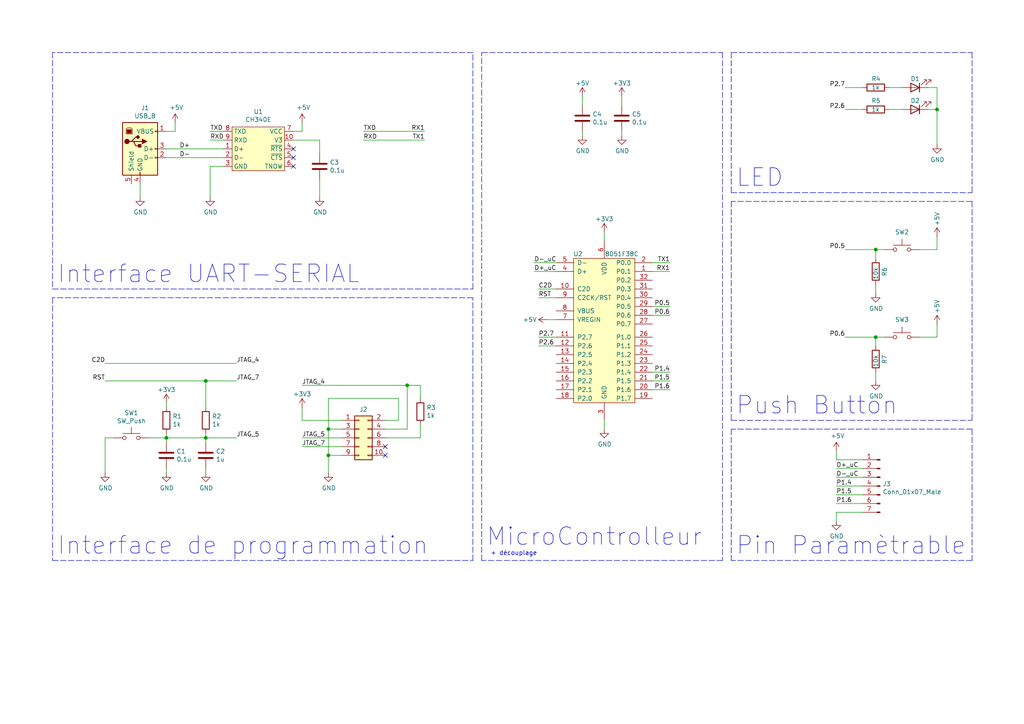
<source format=kicad_sch>
(kicad_sch (version 20211123) (generator eeschema)

  (uuid d1305c57-2021-4592-85a4-2034ba66748a)

  (paper "A4")

  (title_block
    (title "F38C_U2S")
    (date "2019-6-18")
    (rev "1.0")
    (company "CFPT - Ecole d'Electronique")
    (comment 1 "Nicolas Albanesi")
  )

  (lib_symbols
    (symbol "Connector:Conn_01x07_Male" (pin_names (offset 1.016) hide) (in_bom yes) (on_board yes)
      (property "Reference" "J" (id 0) (at 0 10.16 0)
        (effects (font (size 1.27 1.27)))
      )
      (property "Value" "Conn_01x07_Male" (id 1) (at 0 -10.16 0)
        (effects (font (size 1.27 1.27)))
      )
      (property "Footprint" "" (id 2) (at 0 0 0)
        (effects (font (size 1.27 1.27)) hide)
      )
      (property "Datasheet" "~" (id 3) (at 0 0 0)
        (effects (font (size 1.27 1.27)) hide)
      )
      (property "ki_keywords" "connector" (id 4) (at 0 0 0)
        (effects (font (size 1.27 1.27)) hide)
      )
      (property "ki_description" "Generic connector, single row, 01x07, script generated (kicad-library-utils/schlib/autogen/connector/)" (id 5) (at 0 0 0)
        (effects (font (size 1.27 1.27)) hide)
      )
      (property "ki_fp_filters" "Connector*:*_1x??_*" (id 6) (at 0 0 0)
        (effects (font (size 1.27 1.27)) hide)
      )
      (symbol "Conn_01x07_Male_1_1"
        (polyline
          (pts
            (xy 1.27 -7.62)
            (xy 0.8636 -7.62)
          )
          (stroke (width 0.1524) (type default) (color 0 0 0 0))
          (fill (type none))
        )
        (polyline
          (pts
            (xy 1.27 -5.08)
            (xy 0.8636 -5.08)
          )
          (stroke (width 0.1524) (type default) (color 0 0 0 0))
          (fill (type none))
        )
        (polyline
          (pts
            (xy 1.27 -2.54)
            (xy 0.8636 -2.54)
          )
          (stroke (width 0.1524) (type default) (color 0 0 0 0))
          (fill (type none))
        )
        (polyline
          (pts
            (xy 1.27 0)
            (xy 0.8636 0)
          )
          (stroke (width 0.1524) (type default) (color 0 0 0 0))
          (fill (type none))
        )
        (polyline
          (pts
            (xy 1.27 2.54)
            (xy 0.8636 2.54)
          )
          (stroke (width 0.1524) (type default) (color 0 0 0 0))
          (fill (type none))
        )
        (polyline
          (pts
            (xy 1.27 5.08)
            (xy 0.8636 5.08)
          )
          (stroke (width 0.1524) (type default) (color 0 0 0 0))
          (fill (type none))
        )
        (polyline
          (pts
            (xy 1.27 7.62)
            (xy 0.8636 7.62)
          )
          (stroke (width 0.1524) (type default) (color 0 0 0 0))
          (fill (type none))
        )
        (rectangle (start 0.8636 -7.493) (end 0 -7.747)
          (stroke (width 0.1524) (type default) (color 0 0 0 0))
          (fill (type outline))
        )
        (rectangle (start 0.8636 -4.953) (end 0 -5.207)
          (stroke (width 0.1524) (type default) (color 0 0 0 0))
          (fill (type outline))
        )
        (rectangle (start 0.8636 -2.413) (end 0 -2.667)
          (stroke (width 0.1524) (type default) (color 0 0 0 0))
          (fill (type outline))
        )
        (rectangle (start 0.8636 0.127) (end 0 -0.127)
          (stroke (width 0.1524) (type default) (color 0 0 0 0))
          (fill (type outline))
        )
        (rectangle (start 0.8636 2.667) (end 0 2.413)
          (stroke (width 0.1524) (type default) (color 0 0 0 0))
          (fill (type outline))
        )
        (rectangle (start 0.8636 5.207) (end 0 4.953)
          (stroke (width 0.1524) (type default) (color 0 0 0 0))
          (fill (type outline))
        )
        (rectangle (start 0.8636 7.747) (end 0 7.493)
          (stroke (width 0.1524) (type default) (color 0 0 0 0))
          (fill (type outline))
        )
        (pin passive line (at 5.08 7.62 180) (length 3.81)
          (name "Pin_1" (effects (font (size 1.27 1.27))))
          (number "1" (effects (font (size 1.27 1.27))))
        )
        (pin passive line (at 5.08 5.08 180) (length 3.81)
          (name "Pin_2" (effects (font (size 1.27 1.27))))
          (number "2" (effects (font (size 1.27 1.27))))
        )
        (pin passive line (at 5.08 2.54 180) (length 3.81)
          (name "Pin_3" (effects (font (size 1.27 1.27))))
          (number "3" (effects (font (size 1.27 1.27))))
        )
        (pin passive line (at 5.08 0 180) (length 3.81)
          (name "Pin_4" (effects (font (size 1.27 1.27))))
          (number "4" (effects (font (size 1.27 1.27))))
        )
        (pin passive line (at 5.08 -2.54 180) (length 3.81)
          (name "Pin_5" (effects (font (size 1.27 1.27))))
          (number "5" (effects (font (size 1.27 1.27))))
        )
        (pin passive line (at 5.08 -5.08 180) (length 3.81)
          (name "Pin_6" (effects (font (size 1.27 1.27))))
          (number "6" (effects (font (size 1.27 1.27))))
        )
        (pin passive line (at 5.08 -7.62 180) (length 3.81)
          (name "Pin_7" (effects (font (size 1.27 1.27))))
          (number "7" (effects (font (size 1.27 1.27))))
        )
      )
    )
    (symbol "Connector_Generic:Conn_02x05_Odd_Even" (pin_names (offset 1.016) hide) (in_bom yes) (on_board yes)
      (property "Reference" "J" (id 0) (at 1.27 7.62 0)
        (effects (font (size 1.27 1.27)))
      )
      (property "Value" "Conn_02x05_Odd_Even" (id 1) (at 1.27 -7.62 0)
        (effects (font (size 1.27 1.27)))
      )
      (property "Footprint" "" (id 2) (at 0 0 0)
        (effects (font (size 1.27 1.27)) hide)
      )
      (property "Datasheet" "~" (id 3) (at 0 0 0)
        (effects (font (size 1.27 1.27)) hide)
      )
      (property "ki_keywords" "connector" (id 4) (at 0 0 0)
        (effects (font (size 1.27 1.27)) hide)
      )
      (property "ki_description" "Generic connector, double row, 02x05, odd/even pin numbering scheme (row 1 odd numbers, row 2 even numbers), script generated (kicad-library-utils/schlib/autogen/connector/)" (id 5) (at 0 0 0)
        (effects (font (size 1.27 1.27)) hide)
      )
      (property "ki_fp_filters" "Connector*:*_2x??_*" (id 6) (at 0 0 0)
        (effects (font (size 1.27 1.27)) hide)
      )
      (symbol "Conn_02x05_Odd_Even_1_1"
        (rectangle (start -1.27 -4.953) (end 0 -5.207)
          (stroke (width 0.1524) (type default) (color 0 0 0 0))
          (fill (type none))
        )
        (rectangle (start -1.27 -2.413) (end 0 -2.667)
          (stroke (width 0.1524) (type default) (color 0 0 0 0))
          (fill (type none))
        )
        (rectangle (start -1.27 0.127) (end 0 -0.127)
          (stroke (width 0.1524) (type default) (color 0 0 0 0))
          (fill (type none))
        )
        (rectangle (start -1.27 2.667) (end 0 2.413)
          (stroke (width 0.1524) (type default) (color 0 0 0 0))
          (fill (type none))
        )
        (rectangle (start -1.27 5.207) (end 0 4.953)
          (stroke (width 0.1524) (type default) (color 0 0 0 0))
          (fill (type none))
        )
        (rectangle (start -1.27 6.35) (end 3.81 -6.35)
          (stroke (width 0.254) (type default) (color 0 0 0 0))
          (fill (type background))
        )
        (rectangle (start 3.81 -4.953) (end 2.54 -5.207)
          (stroke (width 0.1524) (type default) (color 0 0 0 0))
          (fill (type none))
        )
        (rectangle (start 3.81 -2.413) (end 2.54 -2.667)
          (stroke (width 0.1524) (type default) (color 0 0 0 0))
          (fill (type none))
        )
        (rectangle (start 3.81 0.127) (end 2.54 -0.127)
          (stroke (width 0.1524) (type default) (color 0 0 0 0))
          (fill (type none))
        )
        (rectangle (start 3.81 2.667) (end 2.54 2.413)
          (stroke (width 0.1524) (type default) (color 0 0 0 0))
          (fill (type none))
        )
        (rectangle (start 3.81 5.207) (end 2.54 4.953)
          (stroke (width 0.1524) (type default) (color 0 0 0 0))
          (fill (type none))
        )
        (pin passive line (at -5.08 5.08 0) (length 3.81)
          (name "Pin_1" (effects (font (size 1.27 1.27))))
          (number "1" (effects (font (size 1.27 1.27))))
        )
        (pin passive line (at 7.62 -5.08 180) (length 3.81)
          (name "Pin_10" (effects (font (size 1.27 1.27))))
          (number "10" (effects (font (size 1.27 1.27))))
        )
        (pin passive line (at 7.62 5.08 180) (length 3.81)
          (name "Pin_2" (effects (font (size 1.27 1.27))))
          (number "2" (effects (font (size 1.27 1.27))))
        )
        (pin passive line (at -5.08 2.54 0) (length 3.81)
          (name "Pin_3" (effects (font (size 1.27 1.27))))
          (number "3" (effects (font (size 1.27 1.27))))
        )
        (pin passive line (at 7.62 2.54 180) (length 3.81)
          (name "Pin_4" (effects (font (size 1.27 1.27))))
          (number "4" (effects (font (size 1.27 1.27))))
        )
        (pin passive line (at -5.08 0 0) (length 3.81)
          (name "Pin_5" (effects (font (size 1.27 1.27))))
          (number "5" (effects (font (size 1.27 1.27))))
        )
        (pin passive line (at 7.62 0 180) (length 3.81)
          (name "Pin_6" (effects (font (size 1.27 1.27))))
          (number "6" (effects (font (size 1.27 1.27))))
        )
        (pin passive line (at -5.08 -2.54 0) (length 3.81)
          (name "Pin_7" (effects (font (size 1.27 1.27))))
          (number "7" (effects (font (size 1.27 1.27))))
        )
        (pin passive line (at 7.62 -2.54 180) (length 3.81)
          (name "Pin_8" (effects (font (size 1.27 1.27))))
          (number "8" (effects (font (size 1.27 1.27))))
        )
        (pin passive line (at -5.08 -5.08 0) (length 3.81)
          (name "Pin_9" (effects (font (size 1.27 1.27))))
          (number "9" (effects (font (size 1.27 1.27))))
        )
      )
    )
    (symbol "Device:C" (pin_numbers hide) (pin_names (offset 0.254)) (in_bom yes) (on_board yes)
      (property "Reference" "C" (id 0) (at 0.635 2.54 0)
        (effects (font (size 1.27 1.27)) (justify left))
      )
      (property "Value" "C" (id 1) (at 0.635 -2.54 0)
        (effects (font (size 1.27 1.27)) (justify left))
      )
      (property "Footprint" "" (id 2) (at 0.9652 -3.81 0)
        (effects (font (size 1.27 1.27)) hide)
      )
      (property "Datasheet" "~" (id 3) (at 0 0 0)
        (effects (font (size 1.27 1.27)) hide)
      )
      (property "ki_keywords" "cap capacitor" (id 4) (at 0 0 0)
        (effects (font (size 1.27 1.27)) hide)
      )
      (property "ki_description" "Unpolarized capacitor" (id 5) (at 0 0 0)
        (effects (font (size 1.27 1.27)) hide)
      )
      (property "ki_fp_filters" "C_*" (id 6) (at 0 0 0)
        (effects (font (size 1.27 1.27)) hide)
      )
      (symbol "C_0_1"
        (polyline
          (pts
            (xy -2.032 -0.762)
            (xy 2.032 -0.762)
          )
          (stroke (width 0.508) (type default) (color 0 0 0 0))
          (fill (type none))
        )
        (polyline
          (pts
            (xy -2.032 0.762)
            (xy 2.032 0.762)
          )
          (stroke (width 0.508) (type default) (color 0 0 0 0))
          (fill (type none))
        )
      )
      (symbol "C_1_1"
        (pin passive line (at 0 3.81 270) (length 2.794)
          (name "~" (effects (font (size 1.27 1.27))))
          (number "1" (effects (font (size 1.27 1.27))))
        )
        (pin passive line (at 0 -3.81 90) (length 2.794)
          (name "~" (effects (font (size 1.27 1.27))))
          (number "2" (effects (font (size 1.27 1.27))))
        )
      )
    )
    (symbol "Device:LED" (pin_numbers hide) (pin_names (offset 1.016) hide) (in_bom yes) (on_board yes)
      (property "Reference" "D" (id 0) (at 0 2.54 0)
        (effects (font (size 1.27 1.27)))
      )
      (property "Value" "LED" (id 1) (at 0 -2.54 0)
        (effects (font (size 1.27 1.27)))
      )
      (property "Footprint" "" (id 2) (at 0 0 0)
        (effects (font (size 1.27 1.27)) hide)
      )
      (property "Datasheet" "~" (id 3) (at 0 0 0)
        (effects (font (size 1.27 1.27)) hide)
      )
      (property "ki_keywords" "LED diode" (id 4) (at 0 0 0)
        (effects (font (size 1.27 1.27)) hide)
      )
      (property "ki_description" "Light emitting diode" (id 5) (at 0 0 0)
        (effects (font (size 1.27 1.27)) hide)
      )
      (property "ki_fp_filters" "LED* LED_SMD:* LED_THT:*" (id 6) (at 0 0 0)
        (effects (font (size 1.27 1.27)) hide)
      )
      (symbol "LED_0_1"
        (polyline
          (pts
            (xy -1.27 -1.27)
            (xy -1.27 1.27)
          )
          (stroke (width 0.254) (type default) (color 0 0 0 0))
          (fill (type none))
        )
        (polyline
          (pts
            (xy -1.27 0)
            (xy 1.27 0)
          )
          (stroke (width 0) (type default) (color 0 0 0 0))
          (fill (type none))
        )
        (polyline
          (pts
            (xy 1.27 -1.27)
            (xy 1.27 1.27)
            (xy -1.27 0)
            (xy 1.27 -1.27)
          )
          (stroke (width 0.254) (type default) (color 0 0 0 0))
          (fill (type none))
        )
        (polyline
          (pts
            (xy -3.048 -0.762)
            (xy -4.572 -2.286)
            (xy -3.81 -2.286)
            (xy -4.572 -2.286)
            (xy -4.572 -1.524)
          )
          (stroke (width 0) (type default) (color 0 0 0 0))
          (fill (type none))
        )
        (polyline
          (pts
            (xy -1.778 -0.762)
            (xy -3.302 -2.286)
            (xy -2.54 -2.286)
            (xy -3.302 -2.286)
            (xy -3.302 -1.524)
          )
          (stroke (width 0) (type default) (color 0 0 0 0))
          (fill (type none))
        )
      )
      (symbol "LED_1_1"
        (pin passive line (at -3.81 0 0) (length 2.54)
          (name "K" (effects (font (size 1.27 1.27))))
          (number "1" (effects (font (size 1.27 1.27))))
        )
        (pin passive line (at 3.81 0 180) (length 2.54)
          (name "A" (effects (font (size 1.27 1.27))))
          (number "2" (effects (font (size 1.27 1.27))))
        )
      )
    )
    (symbol "Device:R" (pin_numbers hide) (pin_names (offset 0)) (in_bom yes) (on_board yes)
      (property "Reference" "R" (id 0) (at 2.032 0 90)
        (effects (font (size 1.27 1.27)))
      )
      (property "Value" "R" (id 1) (at 0 0 90)
        (effects (font (size 1.27 1.27)))
      )
      (property "Footprint" "" (id 2) (at -1.778 0 90)
        (effects (font (size 1.27 1.27)) hide)
      )
      (property "Datasheet" "~" (id 3) (at 0 0 0)
        (effects (font (size 1.27 1.27)) hide)
      )
      (property "ki_keywords" "R res resistor" (id 4) (at 0 0 0)
        (effects (font (size 1.27 1.27)) hide)
      )
      (property "ki_description" "Resistor" (id 5) (at 0 0 0)
        (effects (font (size 1.27 1.27)) hide)
      )
      (property "ki_fp_filters" "R_*" (id 6) (at 0 0 0)
        (effects (font (size 1.27 1.27)) hide)
      )
      (symbol "R_0_1"
        (rectangle (start -1.016 -2.54) (end 1.016 2.54)
          (stroke (width 0.254) (type default) (color 0 0 0 0))
          (fill (type none))
        )
      )
      (symbol "R_1_1"
        (pin passive line (at 0 3.81 270) (length 1.27)
          (name "~" (effects (font (size 1.27 1.27))))
          (number "1" (effects (font (size 1.27 1.27))))
        )
        (pin passive line (at 0 -3.81 90) (length 1.27)
          (name "~" (effects (font (size 1.27 1.27))))
          (number "2" (effects (font (size 1.27 1.27))))
        )
      )
    )
    (symbol "F38C_U2S-rescue:8051F38C-My_symbols" (pin_names (offset 1.016)) (in_bom yes) (on_board yes)
      (property "Reference" "U" (id 0) (at -7.62 24.13 0)
        (effects (font (size 1.27 1.27)))
      )
      (property "Value" "8051F38C-My_symbols" (id 1) (at -7.62 26.67 0)
        (effects (font (size 1.27 1.27)))
      )
      (property "Footprint" "" (id 2) (at 2.54 -2.54 0)
        (effects (font (size 1.27 1.27)) hide)
      )
      (property "Datasheet" "" (id 3) (at 2.54 -2.54 0)
        (effects (font (size 1.27 1.27)) hide)
      )
      (symbol "8051F38C-My_symbols_0_1"
        (rectangle (start 8.89 21.59) (end -8.89 -20.32)
          (stroke (width 0) (type default) (color 0 0 0 0))
          (fill (type background))
        )
      )
      (symbol "8051F38C-My_symbols_1_1"
        (pin input line (at 13.97 17.78 180) (length 5.08)
          (name "P0.1" (effects (font (size 1.27 1.27))))
          (number "1" (effects (font (size 1.27 1.27))))
        )
        (pin input line (at -13.97 12.7 0) (length 5.08)
          (name "C2D" (effects (font (size 1.27 1.27))))
          (number "10" (effects (font (size 1.27 1.27))))
        )
        (pin input line (at -13.97 -1.27 0) (length 5.08)
          (name "P2.7" (effects (font (size 1.27 1.27))))
          (number "11" (effects (font (size 1.27 1.27))))
        )
        (pin input line (at -13.97 -3.81 0) (length 5.08)
          (name "P2.6" (effects (font (size 1.27 1.27))))
          (number "12" (effects (font (size 1.27 1.27))))
        )
        (pin input line (at -13.97 -6.35 0) (length 5.08)
          (name "P2.5" (effects (font (size 1.27 1.27))))
          (number "13" (effects (font (size 1.27 1.27))))
        )
        (pin input line (at -13.97 -8.89 0) (length 5.08)
          (name "P2.4" (effects (font (size 1.27 1.27))))
          (number "14" (effects (font (size 1.27 1.27))))
        )
        (pin input line (at -13.97 -11.43 0) (length 5.08)
          (name "P2.3" (effects (font (size 1.27 1.27))))
          (number "15" (effects (font (size 1.27 1.27))))
        )
        (pin input line (at -13.97 -13.97 0) (length 5.08)
          (name "P2.2" (effects (font (size 1.27 1.27))))
          (number "16" (effects (font (size 1.27 1.27))))
        )
        (pin input line (at -13.97 -16.51 0) (length 5.08)
          (name "P2.1" (effects (font (size 1.27 1.27))))
          (number "17" (effects (font (size 1.27 1.27))))
        )
        (pin input line (at -13.97 -19.05 0) (length 5.08)
          (name "P2.0" (effects (font (size 1.27 1.27))))
          (number "18" (effects (font (size 1.27 1.27))))
        )
        (pin input line (at 13.97 -19.05 180) (length 5.08)
          (name "P1.7" (effects (font (size 1.27 1.27))))
          (number "19" (effects (font (size 1.27 1.27))))
        )
        (pin input line (at 13.97 20.32 180) (length 5.08)
          (name "P0.0" (effects (font (size 1.27 1.27))))
          (number "2" (effects (font (size 1.27 1.27))))
        )
        (pin input line (at 13.97 -16.51 180) (length 5.08)
          (name "P1.6" (effects (font (size 1.27 1.27))))
          (number "20" (effects (font (size 1.27 1.27))))
        )
        (pin input line (at 13.97 -13.97 180) (length 5.08)
          (name "P1.5" (effects (font (size 1.27 1.27))))
          (number "21" (effects (font (size 1.27 1.27))))
        )
        (pin input line (at 13.97 -11.43 180) (length 5.08)
          (name "P1.4" (effects (font (size 1.27 1.27))))
          (number "22" (effects (font (size 1.27 1.27))))
        )
        (pin input line (at 13.97 -8.89 180) (length 5.08)
          (name "P1.3" (effects (font (size 1.27 1.27))))
          (number "23" (effects (font (size 1.27 1.27))))
        )
        (pin input line (at 13.97 -6.35 180) (length 5.08)
          (name "P1.2" (effects (font (size 1.27 1.27))))
          (number "24" (effects (font (size 1.27 1.27))))
        )
        (pin input line (at 13.97 -3.81 180) (length 5.08)
          (name "P1.1" (effects (font (size 1.27 1.27))))
          (number "25" (effects (font (size 1.27 1.27))))
        )
        (pin input line (at 13.97 -1.27 180) (length 5.08)
          (name "P1.0" (effects (font (size 1.27 1.27))))
          (number "26" (effects (font (size 1.27 1.27))))
        )
        (pin input line (at 13.97 2.54 180) (length 5.08)
          (name "P0.7" (effects (font (size 1.27 1.27))))
          (number "27" (effects (font (size 1.27 1.27))))
        )
        (pin input line (at 13.97 5.08 180) (length 5.08)
          (name "P0.6" (effects (font (size 1.27 1.27))))
          (number "28" (effects (font (size 1.27 1.27))))
        )
        (pin input line (at 13.97 7.62 180) (length 5.08)
          (name "P0.5" (effects (font (size 1.27 1.27))))
          (number "29" (effects (font (size 1.27 1.27))))
        )
        (pin input line (at 0 -25.4 90) (length 5.08)
          (name "GND" (effects (font (size 1.27 1.27))))
          (number "3" (effects (font (size 1.27 1.27))))
        )
        (pin input line (at 13.97 10.16 180) (length 5.08)
          (name "P0.4" (effects (font (size 1.27 1.27))))
          (number "30" (effects (font (size 1.27 1.27))))
        )
        (pin input line (at 13.97 12.7 180) (length 5.08)
          (name "P0.3" (effects (font (size 1.27 1.27))))
          (number "31" (effects (font (size 1.27 1.27))))
        )
        (pin input line (at 13.97 15.24 180) (length 5.08)
          (name "P0.2" (effects (font (size 1.27 1.27))))
          (number "32" (effects (font (size 1.27 1.27))))
        )
        (pin input line (at -13.97 17.78 0) (length 5.08)
          (name "D+" (effects (font (size 1.27 1.27))))
          (number "4" (effects (font (size 1.27 1.27))))
        )
        (pin input line (at -13.97 20.32 0) (length 5.08)
          (name "D-" (effects (font (size 1.27 1.27))))
          (number "5" (effects (font (size 1.27 1.27))))
        )
        (pin input line (at 0 26.67 270) (length 5.08)
          (name "VDD" (effects (font (size 1.27 1.27))))
          (number "6" (effects (font (size 1.27 1.27))))
        )
        (pin input line (at -13.97 3.81 0) (length 5.08)
          (name "VREGIN" (effects (font (size 1.27 1.27))))
          (number "7" (effects (font (size 1.27 1.27))))
        )
        (pin input line (at -13.97 6.35 0) (length 5.08)
          (name "VBUS" (effects (font (size 1.27 1.27))))
          (number "8" (effects (font (size 1.27 1.27))))
        )
        (pin input line (at -13.97 10.16 0) (length 5.08)
          (name "C2CK/RST" (effects (font (size 1.27 1.27))))
          (number "9" (effects (font (size 1.27 1.27))))
        )
      )
    )
    (symbol "F38C_U2S-rescue:CH340E-My_symbols" (in_bom yes) (on_board yes)
      (property "Reference" "U" (id 0) (at 5.08 2.54 0)
        (effects (font (size 1.27 1.27)) (justify right))
      )
      (property "Value" "CH340E-My_symbols" (id 1) (at 10.16 2.54 0)
        (effects (font (size 1.27 1.27)) (justify left))
      )
      (property "Footprint" "Package_SO:MSOP-10_3x3mm_P0.5mm" (id 2) (at 2.54 -12.7 0)
        (effects (font (size 1.27 1.27)) (justify left) hide)
      )
      (property "Datasheet" "" (id 3) (at 1.27 10.16 0)
        (effects (font (size 1.27 1.27)) hide)
      )
      (property "ki_fp_filters" "SOIC*3.9x9.9mm*P1.27mm*" (id 4) (at 0 0 0)
        (effects (font (size 1.27 1.27)) hide)
      )
      (symbol "CH340E-My_symbols_0_1"
        (rectangle (start 2.54 1.27) (end 17.78 -11.43)
          (stroke (width 0) (type default) (color 0 0 0 0))
          (fill (type background))
        )
      )
      (symbol "CH340E-My_symbols_1_1"
        (pin bidirectional line (at 0 -5.08 0) (length 2.54)
          (name "D+" (effects (font (size 1.27 1.27))))
          (number "1" (effects (font (size 1.27 1.27))))
        )
        (pin passive line (at 20.32 -2.54 180) (length 2.54)
          (name "V3" (effects (font (size 1.27 1.27))))
          (number "10" (effects (font (size 1.27 1.27))))
        )
        (pin bidirectional line (at 0 -7.62 0) (length 2.54)
          (name "D-" (effects (font (size 1.27 1.27))))
          (number "2" (effects (font (size 1.27 1.27))))
        )
        (pin power_in line (at 0 -10.16 0) (length 2.54)
          (name "GND" (effects (font (size 1.27 1.27))))
          (number "3" (effects (font (size 1.27 1.27))))
        )
        (pin output line (at 20.32 -5.08 180) (length 2.54)
          (name "~{RTS}" (effects (font (size 1.27 1.27))))
          (number "4" (effects (font (size 1.27 1.27))))
        )
        (pin input line (at 20.32 -7.62 180) (length 2.54)
          (name "~{CTS}" (effects (font (size 1.27 1.27))))
          (number "5" (effects (font (size 1.27 1.27))))
        )
        (pin output line (at 20.32 -10.16 180) (length 2.54)
          (name "TNOW" (effects (font (size 1.27 1.27))))
          (number "6" (effects (font (size 1.27 1.27))))
        )
        (pin power_in line (at 20.32 0 180) (length 2.54)
          (name "VCC" (effects (font (size 1.27 1.27))))
          (number "7" (effects (font (size 1.27 1.27))))
        )
        (pin output line (at 0 0 0) (length 2.54)
          (name "TXD" (effects (font (size 1.27 1.27))))
          (number "8" (effects (font (size 1.27 1.27))))
        )
        (pin input line (at 0 -2.54 0) (length 2.54)
          (name "RXD" (effects (font (size 1.27 1.27))))
          (number "9" (effects (font (size 1.27 1.27))))
        )
      )
    )
    (symbol "F38C_U2S-rescue:USB_B-Connector" (pin_names (offset 1.016)) (in_bom yes) (on_board yes)
      (property "Reference" "J" (id 0) (at -5.08 11.43 0)
        (effects (font (size 1.27 1.27)) (justify left))
      )
      (property "Value" "USB_B-Connector" (id 1) (at -5.08 8.89 0)
        (effects (font (size 1.27 1.27)) (justify left))
      )
      (property "Footprint" "" (id 2) (at 3.81 -1.27 0)
        (effects (font (size 1.27 1.27)) hide)
      )
      (property "Datasheet" "" (id 3) (at 3.81 -1.27 0)
        (effects (font (size 1.27 1.27)) hide)
      )
      (property "ki_fp_filters" "USB*" (id 4) (at 0 0 0)
        (effects (font (size 1.27 1.27)) hide)
      )
      (symbol "USB_B-Connector_0_1"
        (rectangle (start -5.08 -7.62) (end 5.08 7.62)
          (stroke (width 0.254) (type default) (color 0 0 0 0))
          (fill (type background))
        )
        (circle (center -3.81 2.159) (radius 0.635)
          (stroke (width 0.254) (type default) (color 0 0 0 0))
          (fill (type outline))
        )
        (rectangle (start -3.81 5.588) (end -2.54 4.572)
          (stroke (width 0) (type default) (color 0 0 0 0))
          (fill (type outline))
        )
        (circle (center -0.635 3.429) (radius 0.381)
          (stroke (width 0.254) (type default) (color 0 0 0 0))
          (fill (type outline))
        )
        (rectangle (start -0.127 -7.62) (end 0.127 -6.858)
          (stroke (width 0) (type default) (color 0 0 0 0))
          (fill (type none))
        )
        (polyline
          (pts
            (xy -1.905 2.159)
            (xy 0.635 2.159)
          )
          (stroke (width 0.254) (type default) (color 0 0 0 0))
          (fill (type none))
        )
        (polyline
          (pts
            (xy -3.175 2.159)
            (xy -2.54 2.159)
            (xy -1.27 3.429)
            (xy -0.635 3.429)
          )
          (stroke (width 0.254) (type default) (color 0 0 0 0))
          (fill (type none))
        )
        (polyline
          (pts
            (xy -2.54 2.159)
            (xy -1.905 2.159)
            (xy -1.27 0.889)
            (xy 0 0.889)
          )
          (stroke (width 0.254) (type default) (color 0 0 0 0))
          (fill (type none))
        )
        (polyline
          (pts
            (xy 0.635 2.794)
            (xy 0.635 1.524)
            (xy 1.905 2.159)
            (xy 0.635 2.794)
          )
          (stroke (width 0.254) (type default) (color 0 0 0 0))
          (fill (type outline))
        )
        (polyline
          (pts
            (xy -4.064 4.318)
            (xy -2.286 4.318)
            (xy -2.286 5.715)
            (xy -2.667 6.096)
            (xy -3.683 6.096)
            (xy -4.064 5.715)
            (xy -4.064 4.318)
          )
          (stroke (width 0) (type default) (color 0 0 0 0))
          (fill (type none))
        )
        (rectangle (start 0.254 1.27) (end -0.508 0.508)
          (stroke (width 0.254) (type default) (color 0 0 0 0))
          (fill (type outline))
        )
        (rectangle (start 5.08 -2.667) (end 4.318 -2.413)
          (stroke (width 0) (type default) (color 0 0 0 0))
          (fill (type none))
        )
        (rectangle (start 5.08 -0.127) (end 4.318 0.127)
          (stroke (width 0) (type default) (color 0 0 0 0))
          (fill (type none))
        )
        (rectangle (start 5.08 4.953) (end 4.318 5.207)
          (stroke (width 0) (type default) (color 0 0 0 0))
          (fill (type none))
        )
      )
      (symbol "USB_B-Connector_1_1"
        (pin power_out line (at 7.62 5.08 180) (length 2.54)
          (name "VBUS" (effects (font (size 1.27 1.27))))
          (number "1" (effects (font (size 1.27 1.27))))
        )
        (pin passive line (at 7.62 -2.54 180) (length 2.54)
          (name "D-" (effects (font (size 1.27 1.27))))
          (number "2" (effects (font (size 1.27 1.27))))
        )
        (pin passive line (at 7.62 0 180) (length 2.54)
          (name "D+" (effects (font (size 1.27 1.27))))
          (number "3" (effects (font (size 1.27 1.27))))
        )
        (pin power_out line (at 0 -10.16 90) (length 2.54)
          (name "GND" (effects (font (size 1.27 1.27))))
          (number "4" (effects (font (size 1.27 1.27))))
        )
        (pin passive line (at -2.54 -10.16 90) (length 2.54)
          (name "Shield" (effects (font (size 1.27 1.27))))
          (number "5" (effects (font (size 1.27 1.27))))
        )
      )
    )
    (symbol "Switch:SW_Push" (pin_numbers hide) (pin_names (offset 1.016) hide) (in_bom yes) (on_board yes)
      (property "Reference" "SW" (id 0) (at 1.27 2.54 0)
        (effects (font (size 1.27 1.27)) (justify left))
      )
      (property "Value" "SW_Push" (id 1) (at 0 -1.524 0)
        (effects (font (size 1.27 1.27)))
      )
      (property "Footprint" "" (id 2) (at 0 5.08 0)
        (effects (font (size 1.27 1.27)) hide)
      )
      (property "Datasheet" "~" (id 3) (at 0 5.08 0)
        (effects (font (size 1.27 1.27)) hide)
      )
      (property "ki_keywords" "switch normally-open pushbutton push-button" (id 4) (at 0 0 0)
        (effects (font (size 1.27 1.27)) hide)
      )
      (property "ki_description" "Push button switch, generic, two pins" (id 5) (at 0 0 0)
        (effects (font (size 1.27 1.27)) hide)
      )
      (symbol "SW_Push_0_1"
        (circle (center -2.032 0) (radius 0.508)
          (stroke (width 0) (type default) (color 0 0 0 0))
          (fill (type none))
        )
        (polyline
          (pts
            (xy 0 1.27)
            (xy 0 3.048)
          )
          (stroke (width 0) (type default) (color 0 0 0 0))
          (fill (type none))
        )
        (polyline
          (pts
            (xy 2.54 1.27)
            (xy -2.54 1.27)
          )
          (stroke (width 0) (type default) (color 0 0 0 0))
          (fill (type none))
        )
        (circle (center 2.032 0) (radius 0.508)
          (stroke (width 0) (type default) (color 0 0 0 0))
          (fill (type none))
        )
        (pin passive line (at -5.08 0 0) (length 2.54)
          (name "1" (effects (font (size 1.27 1.27))))
          (number "1" (effects (font (size 1.27 1.27))))
        )
        (pin passive line (at 5.08 0 180) (length 2.54)
          (name "2" (effects (font (size 1.27 1.27))))
          (number "2" (effects (font (size 1.27 1.27))))
        )
      )
    )
    (symbol "power:+3V3" (power) (pin_names (offset 0)) (in_bom yes) (on_board yes)
      (property "Reference" "#PWR" (id 0) (at 0 -3.81 0)
        (effects (font (size 1.27 1.27)) hide)
      )
      (property "Value" "+3V3" (id 1) (at 0 3.556 0)
        (effects (font (size 1.27 1.27)))
      )
      (property "Footprint" "" (id 2) (at 0 0 0)
        (effects (font (size 1.27 1.27)) hide)
      )
      (property "Datasheet" "" (id 3) (at 0 0 0)
        (effects (font (size 1.27 1.27)) hide)
      )
      (property "ki_keywords" "power-flag" (id 4) (at 0 0 0)
        (effects (font (size 1.27 1.27)) hide)
      )
      (property "ki_description" "Power symbol creates a global label with name \"+3V3\"" (id 5) (at 0 0 0)
        (effects (font (size 1.27 1.27)) hide)
      )
      (symbol "+3V3_0_1"
        (polyline
          (pts
            (xy -0.762 1.27)
            (xy 0 2.54)
          )
          (stroke (width 0) (type default) (color 0 0 0 0))
          (fill (type none))
        )
        (polyline
          (pts
            (xy 0 0)
            (xy 0 2.54)
          )
          (stroke (width 0) (type default) (color 0 0 0 0))
          (fill (type none))
        )
        (polyline
          (pts
            (xy 0 2.54)
            (xy 0.762 1.27)
          )
          (stroke (width 0) (type default) (color 0 0 0 0))
          (fill (type none))
        )
      )
      (symbol "+3V3_1_1"
        (pin power_in line (at 0 0 90) (length 0) hide
          (name "+3V3" (effects (font (size 1.27 1.27))))
          (number "1" (effects (font (size 1.27 1.27))))
        )
      )
    )
    (symbol "power:+5V" (power) (pin_names (offset 0)) (in_bom yes) (on_board yes)
      (property "Reference" "#PWR" (id 0) (at 0 -3.81 0)
        (effects (font (size 1.27 1.27)) hide)
      )
      (property "Value" "+5V" (id 1) (at 0 3.556 0)
        (effects (font (size 1.27 1.27)))
      )
      (property "Footprint" "" (id 2) (at 0 0 0)
        (effects (font (size 1.27 1.27)) hide)
      )
      (property "Datasheet" "" (id 3) (at 0 0 0)
        (effects (font (size 1.27 1.27)) hide)
      )
      (property "ki_keywords" "power-flag" (id 4) (at 0 0 0)
        (effects (font (size 1.27 1.27)) hide)
      )
      (property "ki_description" "Power symbol creates a global label with name \"+5V\"" (id 5) (at 0 0 0)
        (effects (font (size 1.27 1.27)) hide)
      )
      (symbol "+5V_0_1"
        (polyline
          (pts
            (xy -0.762 1.27)
            (xy 0 2.54)
          )
          (stroke (width 0) (type default) (color 0 0 0 0))
          (fill (type none))
        )
        (polyline
          (pts
            (xy 0 0)
            (xy 0 2.54)
          )
          (stroke (width 0) (type default) (color 0 0 0 0))
          (fill (type none))
        )
        (polyline
          (pts
            (xy 0 2.54)
            (xy 0.762 1.27)
          )
          (stroke (width 0) (type default) (color 0 0 0 0))
          (fill (type none))
        )
      )
      (symbol "+5V_1_1"
        (pin power_in line (at 0 0 90) (length 0) hide
          (name "+5V" (effects (font (size 1.27 1.27))))
          (number "1" (effects (font (size 1.27 1.27))))
        )
      )
    )
    (symbol "power:GND" (power) (pin_names (offset 0)) (in_bom yes) (on_board yes)
      (property "Reference" "#PWR" (id 0) (at 0 -6.35 0)
        (effects (font (size 1.27 1.27)) hide)
      )
      (property "Value" "GND" (id 1) (at 0 -3.81 0)
        (effects (font (size 1.27 1.27)))
      )
      (property "Footprint" "" (id 2) (at 0 0 0)
        (effects (font (size 1.27 1.27)) hide)
      )
      (property "Datasheet" "" (id 3) (at 0 0 0)
        (effects (font (size 1.27 1.27)) hide)
      )
      (property "ki_keywords" "power-flag" (id 4) (at 0 0 0)
        (effects (font (size 1.27 1.27)) hide)
      )
      (property "ki_description" "Power symbol creates a global label with name \"GND\" , ground" (id 5) (at 0 0 0)
        (effects (font (size 1.27 1.27)) hide)
      )
      (symbol "GND_0_1"
        (polyline
          (pts
            (xy 0 0)
            (xy 0 -1.27)
            (xy 1.27 -1.27)
            (xy 0 -2.54)
            (xy -1.27 -1.27)
            (xy 0 -1.27)
          )
          (stroke (width 0) (type default) (color 0 0 0 0))
          (fill (type none))
        )
      )
      (symbol "GND_1_1"
        (pin power_in line (at 0 0 270) (length 0) hide
          (name "GND" (effects (font (size 1.27 1.27))))
          (number "1" (effects (font (size 1.27 1.27))))
        )
      )
    )
  )

  (junction (at 59.69 127) (diameter 0) (color 0 0 0 0)
    (uuid 2c399c67-309b-4388-9126-d2af5b33559b)
  )
  (junction (at 59.69 110.49) (diameter 0) (color 0 0 0 0)
    (uuid 9f5c6b08-9beb-493e-b1a6-29d98b8c0e08)
  )
  (junction (at 254 97.79) (diameter 0) (color 0 0 0 0)
    (uuid aeb89dda-5f51-484c-a2a8-6dc653aa1183)
  )
  (junction (at 95.25 124.46) (diameter 0) (color 0 0 0 0)
    (uuid bb7d14c3-ecb3-442e-b7ab-df2f83fcd48e)
  )
  (junction (at 48.26 127) (diameter 0) (color 0 0 0 0)
    (uuid c15f55d8-2332-468b-8d0a-8869ba6b89e0)
  )
  (junction (at 95.25 132.08) (diameter 0) (color 0 0 0 0)
    (uuid de95af78-799d-41dd-9082-e677a139ae99)
  )
  (junction (at 254 72.39) (diameter 0) (color 0 0 0 0)
    (uuid e182eb5a-a32b-49a4-bcc3-cb0e37c7bb03)
  )
  (junction (at 271.78 31.75) (diameter 0) (color 0 0 0 0)
    (uuid e21c0d57-0c96-469a-b5df-c43cb5003c3f)
  )
  (junction (at 118.11 111.76) (diameter 0) (color 0 0 0 0)
    (uuid f2d65745-7ef7-4d93-b22e-13feef820b4a)
  )

  (no_connect (at 111.76 132.08) (uuid 438fbbc9-85d3-4b2e-89af-a71953471aa5))
  (no_connect (at 85.09 43.18) (uuid 4e154f94-a610-48ec-b578-7f9f1fd81999))
  (no_connect (at 85.09 48.26) (uuid 74beb6e7-fa8c-4b07-910d-50856340b6ee))
  (no_connect (at 111.76 129.54) (uuid cb2041e6-85ae-4e64-b5d1-eea404cddabb))
  (no_connect (at 85.09 45.72) (uuid cf143112-edf3-4c7f-9e8b-ab8841589004))

  (wire (pts (xy 118.11 111.76) (xy 87.63 111.76))
    (stroke (width 0) (type default) (color 0 0 0 0))
    (uuid 01c38661-3a0f-4aaa-b481-da9617f47ee7)
  )
  (wire (pts (xy 250.19 140.97) (xy 242.57 140.97))
    (stroke (width 0) (type default) (color 0 0 0 0))
    (uuid 06626307-9fa0-4fd6-8c1b-5d87115fb9c1)
  )
  (wire (pts (xy 269.24 31.75) (xy 271.78 31.75))
    (stroke (width 0) (type default) (color 0 0 0 0))
    (uuid 0672484b-9768-44d1-8250-7b377d46d02b)
  )
  (polyline (pts (xy 281.94 162.56) (xy 212.09 162.56))
    (stroke (width 0) (type default) (color 0 0 0 0))
    (uuid 0a886110-547d-4d3c-a77b-1f04868adaad)
  )
  (polyline (pts (xy 137.16 162.56) (xy 137.16 86.36))
    (stroke (width 0) (type default) (color 0 0 0 0))
    (uuid 0ae3ab4b-5ecb-45f0-9dd2-e6c00e35d564)
  )

  (wire (pts (xy 189.23 91.44) (xy 194.31 91.44))
    (stroke (width 0) (type default) (color 0 0 0 0))
    (uuid 0babb9b3-3763-48b6-8d58-d200835f0a72)
  )
  (wire (pts (xy 48.26 125.73) (xy 48.26 127))
    (stroke (width 0) (type default) (color 0 0 0 0))
    (uuid 0cff179f-d9af-4bc1-b559-de76659e4b7e)
  )
  (wire (pts (xy 50.8 35.56) (xy 50.8 38.1))
    (stroke (width 0) (type default) (color 0 0 0 0))
    (uuid 0e19017d-a3c6-41f7-bfff-0854a533b2b5)
  )
  (polyline (pts (xy 212.09 15.24) (xy 212.09 55.88))
    (stroke (width 0) (type default) (color 0 0 0 0))
    (uuid 0ef801ee-7b82-4a07-9bb5-cfce565e6296)
  )

  (wire (pts (xy 48.26 127) (xy 43.18 127))
    (stroke (width 0) (type default) (color 0 0 0 0))
    (uuid 18ad183d-09e3-4d0c-8d13-74d49d507649)
  )
  (wire (pts (xy 99.06 129.54) (xy 87.63 129.54))
    (stroke (width 0) (type default) (color 0 0 0 0))
    (uuid 1abb22cf-68a0-4f80-b496-d7d51b4c9305)
  )
  (polyline (pts (xy 212.09 15.24) (xy 281.94 15.24))
    (stroke (width 0) (type default) (color 0 0 0 0))
    (uuid 1bfe661b-efd4-4176-a189-008935318e4a)
  )

  (wire (pts (xy 30.48 127) (xy 33.02 127))
    (stroke (width 0) (type default) (color 0 0 0 0))
    (uuid 1dc9cce4-3bad-439d-9a02-0a1a505bf33a)
  )
  (wire (pts (xy 87.63 38.1) (xy 85.09 38.1))
    (stroke (width 0) (type default) (color 0 0 0 0))
    (uuid 1e30866c-f947-42fc-928e-b2cbb20c73e2)
  )
  (wire (pts (xy 254 72.39) (xy 254 74.93))
    (stroke (width 0) (type default) (color 0 0 0 0))
    (uuid 1f4f4696-9492-4ed9-8c5d-f6f98aa89ae2)
  )
  (polyline (pts (xy 137.16 86.36) (xy 15.24 86.36))
    (stroke (width 0) (type default) (color 0 0 0 0))
    (uuid 21a4b041-5c90-4589-81b1-06af984dfb90)
  )

  (wire (pts (xy 64.77 40.64) (xy 60.96 40.64))
    (stroke (width 0) (type default) (color 0 0 0 0))
    (uuid 2900a9a6-2427-4106-9420-1fc51824bbd4)
  )
  (wire (pts (xy 121.92 127) (xy 121.92 123.19))
    (stroke (width 0) (type default) (color 0 0 0 0))
    (uuid 2a6e9b88-ad74-4579-a83f-9be206abb338)
  )
  (wire (pts (xy 271.78 97.79) (xy 266.7 97.79))
    (stroke (width 0) (type default) (color 0 0 0 0))
    (uuid 2b09dee9-f86a-4b96-804c-96abc9c8d884)
  )
  (wire (pts (xy 121.92 115.57) (xy 121.92 111.76))
    (stroke (width 0) (type default) (color 0 0 0 0))
    (uuid 2d0b978e-bf80-49b0-82de-917873209128)
  )
  (wire (pts (xy 271.78 93.98) (xy 271.78 97.79))
    (stroke (width 0) (type default) (color 0 0 0 0))
    (uuid 2d1f085d-92f3-40cf-a7ff-f5bec7547239)
  )
  (wire (pts (xy 154.94 76.2) (xy 161.29 76.2))
    (stroke (width 0) (type default) (color 0 0 0 0))
    (uuid 2d56f461-08c3-408a-928a-2f420fd5f16d)
  )
  (wire (pts (xy 194.31 110.49) (xy 189.23 110.49))
    (stroke (width 0) (type default) (color 0 0 0 0))
    (uuid 2fa4e45a-b17c-4c1f-b3e1-9e4a62644848)
  )
  (polyline (pts (xy 137.16 83.82) (xy 137.16 15.24))
    (stroke (width 0) (type default) (color 0 0 0 0))
    (uuid 30970347-958f-4e31-9f89-fce810c74195)
  )

  (wire (pts (xy 194.31 113.03) (xy 189.23 113.03))
    (stroke (width 0) (type default) (color 0 0 0 0))
    (uuid 31654e83-04dd-4909-af70-51d25d2f7b3b)
  )
  (wire (pts (xy 250.19 31.75) (xy 245.11 31.75))
    (stroke (width 0) (type default) (color 0 0 0 0))
    (uuid 33bb75f3-1cb0-4f7e-bf99-f0a7b7713b64)
  )
  (wire (pts (xy 180.34 27.94) (xy 180.34 30.48))
    (stroke (width 0) (type default) (color 0 0 0 0))
    (uuid 352f0735-bcee-40bc-aff8-604783e86073)
  )
  (wire (pts (xy 87.63 35.56) (xy 87.63 38.1))
    (stroke (width 0) (type default) (color 0 0 0 0))
    (uuid 38ae23ff-d3f8-4a2c-bba5-e51016d3f3c5)
  )
  (wire (pts (xy 111.76 121.92) (xy 115.57 121.92))
    (stroke (width 0) (type default) (color 0 0 0 0))
    (uuid 39d69414-c963-4434-9a52-290362eb7a9f)
  )
  (wire (pts (xy 254 85.09) (xy 254 82.55))
    (stroke (width 0) (type default) (color 0 0 0 0))
    (uuid 3ace32cc-49d3-4a33-b795-77d4adec8a98)
  )
  (wire (pts (xy 242.57 148.59) (xy 242.57 151.13))
    (stroke (width 0) (type default) (color 0 0 0 0))
    (uuid 3ec985ec-b6d3-4567-99c2-d03b07cc1843)
  )
  (wire (pts (xy 194.31 76.2) (xy 189.23 76.2))
    (stroke (width 0) (type default) (color 0 0 0 0))
    (uuid 4132e643-169d-4b71-9e45-14431be97980)
  )
  (wire (pts (xy 250.19 138.43) (xy 242.57 138.43))
    (stroke (width 0) (type default) (color 0 0 0 0))
    (uuid 415fd2a4-1d1c-4673-a3b1-cb5ed1543b40)
  )
  (wire (pts (xy 87.63 121.92) (xy 87.63 118.11))
    (stroke (width 0) (type default) (color 0 0 0 0))
    (uuid 43c302bf-dc76-4021-91d2-c33f1ec1b1aa)
  )
  (wire (pts (xy 271.78 25.4) (xy 271.78 31.75))
    (stroke (width 0) (type default) (color 0 0 0 0))
    (uuid 446d1a9e-3868-411e-9726-101465d6cdc7)
  )
  (wire (pts (xy 30.48 137.16) (xy 30.48 127))
    (stroke (width 0) (type default) (color 0 0 0 0))
    (uuid 448ef658-1ea3-492a-b784-838f7a01e09d)
  )
  (polyline (pts (xy 209.55 15.24) (xy 209.55 162.56))
    (stroke (width 0) (type default) (color 0 0 0 0))
    (uuid 4586ae07-8121-4cff-a369-2ad78487f7a3)
  )

  (wire (pts (xy 180.34 38.1) (xy 180.34 39.37))
    (stroke (width 0) (type default) (color 0 0 0 0))
    (uuid 4a406a79-4c23-4445-b982-d356fdf80cf6)
  )
  (wire (pts (xy 194.31 78.74) (xy 189.23 78.74))
    (stroke (width 0) (type default) (color 0 0 0 0))
    (uuid 4b1e7cef-ef9c-439f-baa2-ac8a38414e00)
  )
  (wire (pts (xy 254 110.49) (xy 254 107.95))
    (stroke (width 0) (type default) (color 0 0 0 0))
    (uuid 4ba931cf-cb9c-4ea8-8645-f663a6fb4515)
  )
  (wire (pts (xy 156.21 83.82) (xy 161.29 83.82))
    (stroke (width 0) (type default) (color 0 0 0 0))
    (uuid 4be754c2-0344-46b8-a7e1-35f40a99dbc9)
  )
  (wire (pts (xy 40.64 53.34) (xy 40.64 57.15))
    (stroke (width 0) (type default) (color 0 0 0 0))
    (uuid 4ca0fad0-9fbd-4538-8ac6-babb769ef518)
  )
  (wire (pts (xy 168.91 27.94) (xy 168.91 30.48))
    (stroke (width 0) (type default) (color 0 0 0 0))
    (uuid 4d68f73e-cf16-4359-af02-0ff0a5c7a8d0)
  )
  (wire (pts (xy 261.62 25.4) (xy 257.81 25.4))
    (stroke (width 0) (type default) (color 0 0 0 0))
    (uuid 54280e1c-bf2f-4f6f-bb3d-a98dfa41b88e)
  )
  (wire (pts (xy 250.19 146.05) (xy 242.57 146.05))
    (stroke (width 0) (type default) (color 0 0 0 0))
    (uuid 54542e0d-acf4-44aa-aa2f-1a7e8350715e)
  )
  (wire (pts (xy 154.94 78.74) (xy 161.29 78.74))
    (stroke (width 0) (type default) (color 0 0 0 0))
    (uuid 54add291-6a7c-447c-b7a1-98b5d0ae1161)
  )
  (wire (pts (xy 250.19 25.4) (xy 245.11 25.4))
    (stroke (width 0) (type default) (color 0 0 0 0))
    (uuid 54cc562e-ef19-4de9-87ae-da22b14c491e)
  )
  (wire (pts (xy 99.06 127) (xy 87.63 127))
    (stroke (width 0) (type default) (color 0 0 0 0))
    (uuid 54f1dc09-7381-4fbd-a1eb-8e14ae59ff00)
  )
  (wire (pts (xy 92.71 40.64) (xy 85.09 40.64))
    (stroke (width 0) (type default) (color 0 0 0 0))
    (uuid 577e41c2-16fe-4d05-9c5c-bf14988d8e7e)
  )
  (wire (pts (xy 242.57 130.81) (xy 242.57 133.35))
    (stroke (width 0) (type default) (color 0 0 0 0))
    (uuid 57d19bb7-7bf0-4e02-90ec-ef8d930d185a)
  )
  (wire (pts (xy 48.26 127) (xy 59.69 127))
    (stroke (width 0) (type default) (color 0 0 0 0))
    (uuid 582351ef-269f-46ed-ab57-29cb367db39c)
  )
  (wire (pts (xy 50.8 38.1) (xy 48.26 38.1))
    (stroke (width 0) (type default) (color 0 0 0 0))
    (uuid 584baff8-8fad-494b-844a-ac99b7fe80d7)
  )
  (wire (pts (xy 261.62 31.75) (xy 257.81 31.75))
    (stroke (width 0) (type default) (color 0 0 0 0))
    (uuid 5997d087-9725-4088-8f5f-e5fc549a9bef)
  )
  (wire (pts (xy 59.69 127) (xy 59.69 128.27))
    (stroke (width 0) (type default) (color 0 0 0 0))
    (uuid 599931a0-9c82-42cb-a5f3-d6f9101afcea)
  )
  (wire (pts (xy 59.69 110.49) (xy 30.48 110.49))
    (stroke (width 0) (type default) (color 0 0 0 0))
    (uuid 5bcdf40b-d492-4bd1-bb5a-032a2c55f163)
  )
  (wire (pts (xy 269.24 25.4) (xy 271.78 25.4))
    (stroke (width 0) (type default) (color 0 0 0 0))
    (uuid 5c3ce02c-6df3-42d0-b954-cdbd11608db8)
  )
  (wire (pts (xy 123.19 38.1) (xy 105.41 38.1))
    (stroke (width 0) (type default) (color 0 0 0 0))
    (uuid 5e5d4896-f0fa-4b81-b94f-c47da30f2d6e)
  )
  (wire (pts (xy 95.25 115.57) (xy 95.25 124.46))
    (stroke (width 0) (type default) (color 0 0 0 0))
    (uuid 61a52e4f-b319-44e3-b975-1e6c43973f29)
  )
  (wire (pts (xy 48.26 135.89) (xy 48.26 137.16))
    (stroke (width 0) (type default) (color 0 0 0 0))
    (uuid 62ac9c62-742b-4aa3-a3e0-9f52f5d266c4)
  )
  (wire (pts (xy 271.78 72.39) (xy 266.7 72.39))
    (stroke (width 0) (type default) (color 0 0 0 0))
    (uuid 63a161d3-9ee1-4fc9-baad-dcb8a57c5f96)
  )
  (wire (pts (xy 168.91 38.1) (xy 168.91 39.37))
    (stroke (width 0) (type default) (color 0 0 0 0))
    (uuid 6a560743-9af9-491e-b035-edee4c8660df)
  )
  (wire (pts (xy 111.76 127) (xy 121.92 127))
    (stroke (width 0) (type default) (color 0 0 0 0))
    (uuid 6ffd97de-f421-43c0-be40-4a912b3c31ea)
  )
  (polyline (pts (xy 15.24 83.82) (xy 137.16 83.82))
    (stroke (width 0) (type default) (color 0 0 0 0))
    (uuid 70211448-4485-4816-b9ba-752f9fd70860)
  )
  (polyline (pts (xy 15.24 86.36) (xy 15.24 162.56))
    (stroke (width 0) (type default) (color 0 0 0 0))
    (uuid 7611440a-52fd-4f61-b14f-bd1f1348d34e)
  )

  (wire (pts (xy 68.58 110.49) (xy 59.69 110.49))
    (stroke (width 0) (type default) (color 0 0 0 0))
    (uuid 79cd914e-9d9c-4868-82b5-d764ea3647a5)
  )
  (polyline (pts (xy 212.09 55.88) (xy 281.94 55.88))
    (stroke (width 0) (type default) (color 0 0 0 0))
    (uuid 7ac87d22-2aa6-4b19-8fd9-b60062ec871a)
  )

  (wire (pts (xy 115.57 115.57) (xy 95.25 115.57))
    (stroke (width 0) (type default) (color 0 0 0 0))
    (uuid 7bbd770c-88d0-45cd-bb16-2781045bb8eb)
  )
  (wire (pts (xy 99.06 124.46) (xy 95.25 124.46))
    (stroke (width 0) (type default) (color 0 0 0 0))
    (uuid 7d834bb4-bec5-482f-b6c1-50b0808232a5)
  )
  (wire (pts (xy 161.29 100.33) (xy 156.21 100.33))
    (stroke (width 0) (type default) (color 0 0 0 0))
    (uuid 83d24781-c2c7-4ba4-b874-d7cda84b56bb)
  )
  (wire (pts (xy 175.26 121.92) (xy 175.26 124.46))
    (stroke (width 0) (type default) (color 0 0 0 0))
    (uuid 84b859f8-6772-4fb3-adc3-aca1d3862d79)
  )
  (polyline (pts (xy 281.94 58.42) (xy 281.94 121.92))
    (stroke (width 0) (type default) (color 0 0 0 0))
    (uuid 84dbb877-2adf-4086-8be9-05242191f2bd)
  )

  (wire (pts (xy 115.57 121.92) (xy 115.57 115.57))
    (stroke (width 0) (type default) (color 0 0 0 0))
    (uuid 864c898a-030e-4f9b-92ab-10a3e31c7570)
  )
  (wire (pts (xy 156.21 86.36) (xy 161.29 86.36))
    (stroke (width 0) (type default) (color 0 0 0 0))
    (uuid 8a5f0de6-3f4d-4906-84ce-961dbbb56a19)
  )
  (polyline (pts (xy 15.24 162.56) (xy 137.16 162.56))
    (stroke (width 0) (type default) (color 0 0 0 0))
    (uuid 8ebeb37e-552c-4425-84fa-b215c4377413)
  )

  (wire (pts (xy 189.23 88.9) (xy 194.31 88.9))
    (stroke (width 0) (type default) (color 0 0 0 0))
    (uuid 9085074b-2b16-40a0-bdb5-dbccd4fb38f7)
  )
  (wire (pts (xy 271.78 68.58) (xy 271.78 72.39))
    (stroke (width 0) (type default) (color 0 0 0 0))
    (uuid 91a20d1b-b178-4f1d-89e4-79c0e9592845)
  )
  (polyline (pts (xy 281.94 124.46) (xy 281.94 162.56))
    (stroke (width 0) (type default) (color 0 0 0 0))
    (uuid 91b36347-df24-4119-abea-4ad70ad875b6)
  )

  (wire (pts (xy 59.69 127) (xy 68.58 127))
    (stroke (width 0) (type default) (color 0 0 0 0))
    (uuid 93ec2b31-0e94-480e-8637-8876c918e113)
  )
  (wire (pts (xy 64.77 38.1) (xy 60.96 38.1))
    (stroke (width 0) (type default) (color 0 0 0 0))
    (uuid 9708e34a-6afa-4d56-8f33-fab27a5c68d3)
  )
  (wire (pts (xy 250.19 135.89) (xy 242.57 135.89))
    (stroke (width 0) (type default) (color 0 0 0 0))
    (uuid 99262c66-74b0-4fde-8593-a5259efa4fb4)
  )
  (wire (pts (xy 30.48 105.41) (xy 68.58 105.41))
    (stroke (width 0) (type default) (color 0 0 0 0))
    (uuid 99d72c98-d529-412d-8008-2a924336e6e1)
  )
  (polyline (pts (xy 137.16 15.24) (xy 15.24 15.24))
    (stroke (width 0) (type default) (color 0 0 0 0))
    (uuid 9e59b8f6-4fee-48de-a10d-5891b747a1f3)
  )

  (wire (pts (xy 95.25 132.08) (xy 95.25 137.16))
    (stroke (width 0) (type default) (color 0 0 0 0))
    (uuid a1076925-8427-4141-a402-c3c7c3fc39db)
  )
  (wire (pts (xy 59.69 125.73) (xy 59.69 127))
    (stroke (width 0) (type default) (color 0 0 0 0))
    (uuid a18a4c41-7790-4265-b2b8-210016908db1)
  )
  (wire (pts (xy 48.26 43.18) (xy 64.77 43.18))
    (stroke (width 0) (type default) (color 0 0 0 0))
    (uuid a2826ab3-4709-4621-a4a8-b31f6dabd614)
  )
  (polyline (pts (xy 212.09 58.42) (xy 212.09 121.92))
    (stroke (width 0) (type default) (color 0 0 0 0))
    (uuid a84d5ef1-a3b3-4031-b054-bbec025ce4fe)
  )

  (wire (pts (xy 48.26 127) (xy 48.26 128.27))
    (stroke (width 0) (type default) (color 0 0 0 0))
    (uuid a9498eea-a30a-425d-97a3-60ce2f1011fe)
  )
  (wire (pts (xy 161.29 97.79) (xy 156.21 97.79))
    (stroke (width 0) (type default) (color 0 0 0 0))
    (uuid acfce0c2-f03f-4902-bd71-92d72eb7da5f)
  )
  (wire (pts (xy 118.11 124.46) (xy 118.11 111.76))
    (stroke (width 0) (type default) (color 0 0 0 0))
    (uuid b115e994-bcad-4f8e-b953-6af220636eba)
  )
  (wire (pts (xy 59.69 135.89) (xy 59.69 137.16))
    (stroke (width 0) (type default) (color 0 0 0 0))
    (uuid b1c99920-0ef5-4739-9b7f-a060abf6f173)
  )
  (wire (pts (xy 59.69 118.11) (xy 59.69 110.49))
    (stroke (width 0) (type default) (color 0 0 0 0))
    (uuid b2290aad-9e9f-428c-ba9a-2c1fcb104805)
  )
  (wire (pts (xy 92.71 57.15) (xy 92.71 52.07))
    (stroke (width 0) (type default) (color 0 0 0 0))
    (uuid b66e3e4d-35fb-4708-9267-8b58a9ec50bf)
  )
  (wire (pts (xy 121.92 111.76) (xy 118.11 111.76))
    (stroke (width 0) (type default) (color 0 0 0 0))
    (uuid b81e0f97-a727-4f5d-ba81-0413f08b6955)
  )
  (wire (pts (xy 48.26 45.72) (xy 64.77 45.72))
    (stroke (width 0) (type default) (color 0 0 0 0))
    (uuid b99dcd19-4f61-4838-aaff-a38972b4b711)
  )
  (wire (pts (xy 256.54 72.39) (xy 254 72.39))
    (stroke (width 0) (type default) (color 0 0 0 0))
    (uuid c1803699-427a-40ff-b333-f927934670bd)
  )
  (polyline (pts (xy 212.09 121.92) (xy 281.94 121.92))
    (stroke (width 0) (type default) (color 0 0 0 0))
    (uuid c79476f4-32f7-4d9c-a038-cd20236a097e)
  )

  (wire (pts (xy 158.75 92.71) (xy 161.29 92.71))
    (stroke (width 0) (type default) (color 0 0 0 0))
    (uuid ca0d4451-be76-42ca-9e21-48e872821e79)
  )
  (polyline (pts (xy 139.7 15.24) (xy 209.55 15.24))
    (stroke (width 0) (type default) (color 0 0 0 0))
    (uuid cda1e441-1e5c-45d7-b3c8-0e64801906dd)
  )

  (wire (pts (xy 250.19 148.59) (xy 242.57 148.59))
    (stroke (width 0) (type default) (color 0 0 0 0))
    (uuid ce8ed936-a03c-43e1-aae9-e154e41b08c1)
  )
  (wire (pts (xy 48.26 118.11) (xy 48.26 116.84))
    (stroke (width 0) (type default) (color 0 0 0 0))
    (uuid d031d184-61ef-440b-8d75-5c4b02f31dba)
  )
  (wire (pts (xy 92.71 44.45) (xy 92.71 40.64))
    (stroke (width 0) (type default) (color 0 0 0 0))
    (uuid d6ee7e69-5b9f-4e1f-a4dd-eaf6ca0a643e)
  )
  (wire (pts (xy 194.31 107.95) (xy 189.23 107.95))
    (stroke (width 0) (type default) (color 0 0 0 0))
    (uuid d87bfa6c-e4ce-4c85-9c2f-8ce759836e3e)
  )
  (wire (pts (xy 64.77 48.26) (xy 60.96 48.26))
    (stroke (width 0) (type default) (color 0 0 0 0))
    (uuid dd7f6e47-81ea-4388-a7b6-e0714f752389)
  )
  (wire (pts (xy 254 97.79) (xy 254 100.33))
    (stroke (width 0) (type default) (color 0 0 0 0))
    (uuid dd85cafa-d271-4b2b-83c6-d88b85e0da78)
  )
  (wire (pts (xy 250.19 143.51) (xy 242.57 143.51))
    (stroke (width 0) (type default) (color 0 0 0 0))
    (uuid dd8c4a3a-bf01-48ec-b1de-9f15a0d2abed)
  )
  (wire (pts (xy 99.06 132.08) (xy 95.25 132.08))
    (stroke (width 0) (type default) (color 0 0 0 0))
    (uuid de0acd3a-50b9-4e91-9458-c8f3d1550cc0)
  )
  (wire (pts (xy 99.06 121.92) (xy 87.63 121.92))
    (stroke (width 0) (type default) (color 0 0 0 0))
    (uuid df8f6fb4-2e7d-470e-9ad0-79ea34cecb1c)
  )
  (wire (pts (xy 245.11 97.79) (xy 254 97.79))
    (stroke (width 0) (type default) (color 0 0 0 0))
    (uuid e14b80da-fec8-4865-bf13-87d4d60c9059)
  )
  (polyline (pts (xy 281.94 15.24) (xy 281.94 55.88))
    (stroke (width 0) (type default) (color 0 0 0 0))
    (uuid e558d327-aa9b-43ac-8ae0-4eaa241f66ed)
  )

  (wire (pts (xy 95.25 124.46) (xy 95.25 132.08))
    (stroke (width 0) (type default) (color 0 0 0 0))
    (uuid e6f3246b-8277-4760-97d4-160536ecddba)
  )
  (wire (pts (xy 175.26 69.85) (xy 175.26 67.31))
    (stroke (width 0) (type default) (color 0 0 0 0))
    (uuid e76d6c3a-6aa4-4c09-9d73-731de70ef664)
  )
  (polyline (pts (xy 209.55 162.56) (xy 139.7 162.56))
    (stroke (width 0) (type default) (color 0 0 0 0))
    (uuid e808cb61-a9fa-476f-b873-2429fef4b978)
  )
  (polyline (pts (xy 212.09 124.46) (xy 212.09 162.56))
    (stroke (width 0) (type default) (color 0 0 0 0))
    (uuid e864ce7b-cb44-4db6-b941-1920d7172c66)
  )

  (wire (pts (xy 271.78 31.75) (xy 271.78 41.91))
    (stroke (width 0) (type default) (color 0 0 0 0))
    (uuid e88181d4-e164-4e99-8ec9-895335fb79c2)
  )
  (wire (pts (xy 111.76 124.46) (xy 118.11 124.46))
    (stroke (width 0) (type default) (color 0 0 0 0))
    (uuid ea91c869-d96e-4ffd-8db0-ffab4f5508db)
  )
  (wire (pts (xy 60.96 48.26) (xy 60.96 57.15))
    (stroke (width 0) (type default) (color 0 0 0 0))
    (uuid ead76b71-20e1-456d-b94f-2b33e6d32660)
  )
  (wire (pts (xy 123.19 40.64) (xy 105.41 40.64))
    (stroke (width 0) (type default) (color 0 0 0 0))
    (uuid ec6281d6-68b5-4c06-bf8c-a3274aa52d0b)
  )
  (polyline (pts (xy 281.94 58.42) (xy 212.09 58.42))
    (stroke (width 0) (type default) (color 0 0 0 0))
    (uuid ed19f9d5-4619-44cb-9e04-7965388a4efb)
  )

  (wire (pts (xy 256.54 97.79) (xy 254 97.79))
    (stroke (width 0) (type default) (color 0 0 0 0))
    (uuid ee5daea8-beb8-4f87-8503-fe675a1a69f1)
  )
  (polyline (pts (xy 281.94 124.46) (xy 212.09 124.46))
    (stroke (width 0) (type default) (color 0 0 0 0))
    (uuid f05102eb-a1fc-4a32-9dca-659e90169d0a)
  )

  (wire (pts (xy 250.19 133.35) (xy 242.57 133.35))
    (stroke (width 0) (type default) (color 0 0 0 0))
    (uuid fc6f341c-eacd-4f16-acbe-92c8378caac8)
  )
  (wire (pts (xy 245.11 72.39) (xy 254 72.39))
    (stroke (width 0) (type default) (color 0 0 0 0))
    (uuid fdc89a3e-e2e9-4f82-b61e-eb17f114ddad)
  )
  (polyline (pts (xy 139.7 162.56) (xy 139.7 15.24))
    (stroke (width 0) (type default) (color 0 0 0 0))
    (uuid fdffba76-5e7d-425e-b49f-27700b1b4cdc)
  )
  (polyline (pts (xy 15.24 15.24) (xy 15.24 83.82))
    (stroke (width 0) (type default) (color 0 0 0 0))
    (uuid ffbf840a-dcf9-4157-a889-3dac95403b7b)
  )

  (text "LED" (at 213.36 54.61 0)
    (effects (font (size 5.08 5.08)) (justify left bottom))
    (uuid 1d1a3500-6f6d-4d71-bdd3-42e80148bac4)
  )
  (text "+ découplage" (at 142.24 161.29 0)
    (effects (font (size 1.27 1.27)) (justify left bottom))
    (uuid 1fdc8d26-ec1c-433a-a7d7-f5e2a0393016)
  )
  (text "Interface de programmation" (at 16.51 161.29 0)
    (effects (font (size 5.08 5.08)) (justify left bottom))
    (uuid 23f00368-17b3-46cb-91a1-de56cfa49ae3)
  )
  (text "Push Button" (at 213.36 120.65 0)
    (effects (font (size 5.08 5.08)) (justify left bottom))
    (uuid 2f9691d8-bfa7-464e-8002-53145e99a1dd)
  )
  (text "Pin Paramètrable\n" (at 213.36 161.29 0)
    (effects (font (size 5.08 5.08)) (justify left bottom))
    (uuid 978ebb6c-d968-4425-9af1-8f74181472a8)
  )
  (text "Interface UART-SERIAL" (at 16.51 82.55 0)
    (effects (font (size 5.08 5.08)) (justify left bottom))
    (uuid de3678fd-003f-4513-83b7-5ee2c3021bc3)
  )
  (text "MicroControlleur" (at 140.97 158.75 0)
    (effects (font (size 5.08 5.08)) (justify left bottom))
    (uuid ffea49c8-b945-478f-b60b-7974e4ed28ce)
  )

  (label "TX1" (at 123.19 40.64 180)
    (effects (font (size 1.27 1.27)) (justify right bottom))
    (uuid 02d078c0-1998-4fab-9db2-d2b18ec3bc52)
  )
  (label "P1.5" (at 194.31 110.49 180)
    (effects (font (size 1.27 1.27)) (justify right bottom))
    (uuid 03a6e0b8-3dc7-46a0-909e-08f2704f49ce)
  )
  (label "TXD" (at 60.96 38.1 0)
    (effects (font (size 1.27 1.27)) (justify left bottom))
    (uuid 0d642618-1771-441b-b439-8179cb2c4b5c)
  )
  (label "P2.6" (at 245.11 31.75 180)
    (effects (font (size 1.27 1.27)) (justify right bottom))
    (uuid 3a2ff190-6224-43f4-bebb-b15f02624359)
  )
  (label "P1.4" (at 194.31 107.95 180)
    (effects (font (size 1.27 1.27)) (justify right bottom))
    (uuid 41ebf04b-938c-438e-a2cd-017c1f894318)
  )
  (label "P0.5" (at 194.31 88.9 180)
    (effects (font (size 1.27 1.27)) (justify right bottom))
    (uuid 47958fa9-ce3b-4fce-88c1-544bef0f9dd0)
  )
  (label "JTAG_7" (at 87.63 129.54 0)
    (effects (font (size 1.27 1.27)) (justify left bottom))
    (uuid 48d6d260-70d1-4599-9f88-c607a861acf0)
  )
  (label "P0.6" (at 245.11 97.79 180)
    (effects (font (size 1.27 1.27)) (justify right bottom))
    (uuid 4c7ac6a5-c9e7-4111-ab83-f709213205ab)
  )
  (label "P2.6" (at 156.21 100.33 0)
    (effects (font (size 1.27 1.27)) (justify left bottom))
    (uuid 505e2d83-c4ef-46ad-999c-7ce662c5902b)
  )
  (label "C2D" (at 156.21 83.82 0)
    (effects (font (size 1.27 1.27)) (justify left bottom))
    (uuid 559eb691-6d67-4839-826e-bcf5c2c06114)
  )
  (label "RX1" (at 123.19 38.1 180)
    (effects (font (size 1.27 1.27)) (justify right bottom))
    (uuid 60ae427f-c257-4db4-b422-83195d9d0ca9)
  )
  (label "C2D" (at 30.48 105.41 180)
    (effects (font (size 1.27 1.27)) (justify right bottom))
    (uuid 62383209-5901-44f1-ab2a-c7e3ad74c5a5)
  )
  (label "P2.7" (at 245.11 25.4 180)
    (effects (font (size 1.27 1.27)) (justify right bottom))
    (uuid 6aec6ab6-fa16-4dd1-9df4-b0707f4f32f6)
  )
  (label "RXD" (at 60.96 40.64 0)
    (effects (font (size 1.27 1.27)) (justify left bottom))
    (uuid 6b2cf541-5dec-484a-8f54-1691ae376f19)
  )
  (label "P0.5" (at 245.11 72.39 180)
    (effects (font (size 1.27 1.27)) (justify right bottom))
    (uuid 6d92b8a1-b333-415c-ab23-88c53df68502)
  )
  (label "TX1" (at 194.31 76.2 180)
    (effects (font (size 1.27 1.27)) (justify right bottom))
    (uuid 7275a66c-981e-4ab9-9d15-67ced010f6fe)
  )
  (label "RST" (at 156.21 86.36 0)
    (effects (font (size 1.27 1.27)) (justify left bottom))
    (uuid 738a0e23-3442-4705-bc48-22db85232993)
  )
  (label "JTAG_5" (at 87.63 127 0)
    (effects (font (size 1.27 1.27)) (justify left bottom))
    (uuid 76e89647-b40d-4d88-97dc-6893bb4dffb6)
  )
  (label "JTAG_4" (at 68.58 105.41 0)
    (effects (font (size 1.27 1.27)) (justify left bottom))
    (uuid 783ffebc-f5c4-4258-9c0d-a797e8407b8e)
  )
  (label "D-_uC" (at 242.57 138.43 0)
    (effects (font (size 1.27 1.27)) (justify left bottom))
    (uuid 8da23f89-d68f-421c-a4d8-87bfbc51252e)
  )
  (label "D-" (at 52.07 45.72 0)
    (effects (font (size 1.27 1.27)) (justify left bottom))
    (uuid 904b55f6-d948-421d-b05e-65c4027614a9)
  )
  (label "JTAG_4" (at 87.63 111.76 0)
    (effects (font (size 1.27 1.27)) (justify left bottom))
    (uuid 93cb7414-1593-4201-a1a6-4ba09b22a7cf)
  )
  (label "RX1" (at 194.31 78.74 180)
    (effects (font (size 1.27 1.27)) (justify right bottom))
    (uuid 97829393-f94f-4f58-bb2e-c4553781c18c)
  )
  (label "P0.6" (at 194.31 91.44 180)
    (effects (font (size 1.27 1.27)) (justify right bottom))
    (uuid 9b2ed529-732f-4a49-a6ef-4322f9a3bfa0)
  )
  (label "RST" (at 30.48 110.49 180)
    (effects (font (size 1.27 1.27)) (justify right bottom))
    (uuid a26360c4-f595-4e9b-abf0-0e9c08d3e3e2)
  )
  (label "D+" (at 52.07 43.18 0)
    (effects (font (size 1.27 1.27)) (justify left bottom))
    (uuid abacc6e6-15bf-46e7-9695-8f11755ec974)
  )
  (label "D-_uC" (at 154.94 76.2 0)
    (effects (font (size 1.27 1.27)) (justify left bottom))
    (uuid b16bd5fb-3eb9-47e4-af82-ed492c8982b0)
  )
  (label "D+_uC" (at 154.94 78.74 0)
    (effects (font (size 1.27 1.27)) (justify left bottom))
    (uuid b345eb1c-f3a4-462d-bca8-d62fb6417ee4)
  )
  (label "P1.6" (at 242.57 146.05 0)
    (effects (font (size 1.27 1.27)) (justify left bottom))
    (uuid b7393143-acd7-4a3f-9f53-291405535fe6)
  )
  (label "P1.6" (at 194.31 113.03 180)
    (effects (font (size 1.27 1.27)) (justify right bottom))
    (uuid bef06a90-1761-48b1-9d13-e43c70674175)
  )
  (label "P1.4" (at 242.57 140.97 0)
    (effects (font (size 1.27 1.27)) (justify left bottom))
    (uuid c2c37146-fc39-4271-aa99-c348e7721976)
  )
  (label "JTAG_7" (at 68.58 110.49 0)
    (effects (font (size 1.27 1.27)) (justify left bottom))
    (uuid d4d09adf-5df0-4987-886d-87731d2d60b0)
  )
  (label "D+_uC" (at 242.57 135.89 0)
    (effects (font (size 1.27 1.27)) (justify left bottom))
    (uuid d7f8eca0-c0a5-4ab5-b63e-bcd3020877d9)
  )
  (label "JTAG_5" (at 68.58 127 0)
    (effects (font (size 1.27 1.27)) (justify left bottom))
    (uuid db3a59b6-013f-498b-86fc-2ebe79bd34ba)
  )
  (label "P2.7" (at 156.21 97.79 0)
    (effects (font (size 1.27 1.27)) (justify left bottom))
    (uuid e5a40ea3-242c-4499-9c09-8b2c0076595f)
  )
  (label "RXD" (at 105.41 40.64 0)
    (effects (font (size 1.27 1.27)) (justify left bottom))
    (uuid f0596878-f99c-4fd3-93c2-c47fada22647)
  )
  (label "TXD" (at 105.41 38.1 0)
    (effects (font (size 1.27 1.27)) (justify left bottom))
    (uuid f52e84d4-c2c5-4d9c-927f-469e20d4eb47)
  )
  (label "P1.5" (at 242.57 143.51 0)
    (effects (font (size 1.27 1.27)) (justify left bottom))
    (uuid fdf8930e-d3f3-4b42-b52e-f9622dafcc25)
  )

  (symbol (lib_id "power:+5V") (at 50.8 35.56 0) (unit 1)
    (in_bom yes) (on_board yes)
    (uuid 00000000-0000-0000-0000-00005d08f8fa)
    (property "Reference" "#PWR05" (id 0) (at 50.8 39.37 0)
      (effects (font (size 1.27 1.27)) hide)
    )
    (property "Value" "+5V" (id 1) (at 51.181 31.1658 0))
    (property "Footprint" "" (id 2) (at 50.8 35.56 0)
      (effects (font (size 1.27 1.27)) hide)
    )
    (property "Datasheet" "" (id 3) (at 50.8 35.56 0)
      (effects (font (size 1.27 1.27)) hide)
    )
    (pin "1" (uuid a76376e9-a09a-4091-bde8-455a53ac87a5))
  )

  (symbol (lib_id "power:GND") (at 40.64 57.15 0) (unit 1)
    (in_bom yes) (on_board yes)
    (uuid 00000000-0000-0000-0000-00005d08f94a)
    (property "Reference" "#PWR02" (id 0) (at 40.64 63.5 0)
      (effects (font (size 1.27 1.27)) hide)
    )
    (property "Value" "GND" (id 1) (at 40.767 61.5442 0))
    (property "Footprint" "" (id 2) (at 40.64 57.15 0)
      (effects (font (size 1.27 1.27)) hide)
    )
    (property "Datasheet" "" (id 3) (at 40.64 57.15 0)
      (effects (font (size 1.27 1.27)) hide)
    )
    (pin "1" (uuid cf21b498-4f42-41c0-84b3-5721ba6b4e50))
  )

  (symbol (lib_id "F38C_U2S-rescue:8051F38C-My_symbols") (at 175.26 96.52 0) (unit 1)
    (in_bom yes) (on_board yes)
    (uuid 00000000-0000-0000-0000-00005d08fa92)
    (property "Reference" "" (id 0) (at 167.64 73.66 0))
    (property "Value" "8051F38C" (id 1) (at 180.34 73.66 0))
    (property "Footprint" "Package_QFP:LQFP-32_7x7mm_P0.8mm" (id 2) (at 177.8 99.06 0)
      (effects (font (size 1.27 1.27)) hide)
    )
    (property "Datasheet" "" (id 3) (at 177.8 99.06 0)
      (effects (font (size 1.27 1.27)) hide)
    )
    (pin "1" (uuid 1ab957f4-7d81-430d-8d8f-ddfa1ec49307))
    (pin "10" (uuid 15b36c4f-2147-4d7a-8b19-39cd981dcf68))
    (pin "11" (uuid 53d2824e-89d2-4c6e-8f4b-4ef74de46c7f))
    (pin "12" (uuid 91c8608c-fb9b-4ac1-a007-9d4b41849661))
    (pin "13" (uuid ebbb1e6d-ee2a-4de9-96ba-997b61900c97))
    (pin "14" (uuid a409bb3f-c291-4bbd-af49-9a93499c505d))
    (pin "15" (uuid 5add65c8-adbb-4a17-b43a-77115e65916f))
    (pin "16" (uuid 9ff7809f-1a40-4a43-892e-a418e6994f9e))
    (pin "17" (uuid 7c358ced-5f82-43e6-9712-9c413a329bd8))
    (pin "18" (uuid b228d521-aa77-4a89-b192-debb6732a734))
    (pin "19" (uuid e8a15d90-4f6c-4d29-9913-27bfba1fdc0d))
    (pin "2" (uuid 0fd27ac9-cf91-4401-b180-70d84dbb6c81))
    (pin "20" (uuid 727f9bc9-df79-4e4b-b14f-4b52ca2afc62))
    (pin "21" (uuid ebc3f167-f9e5-4ac6-9333-99dcdc112e4c))
    (pin "22" (uuid 84e7f840-9ca8-450d-8120-db93d8262393))
    (pin "23" (uuid 45eaa5ba-ca2d-4841-9a55-58a06210353e))
    (pin "24" (uuid 4419f9c2-47c7-4653-8286-761fa4656acd))
    (pin "25" (uuid fcb48c45-6f17-4e85-b8ce-0c266ac28db3))
    (pin "26" (uuid 525911b5-da94-40b8-bd67-2a982c8a48fc))
    (pin "27" (uuid b396f048-cbd6-4583-9db7-ce30ec95d10e))
    (pin "28" (uuid 5cce2e32-6538-440e-9ce2-89ae26d0434e))
    (pin "29" (uuid 93004089-8602-4140-904f-adc2364577d6))
    (pin "3" (uuid 65b581f0-3c97-4b5b-98a5-742a73420ac4))
    (pin "30" (uuid 4c08f12b-05ed-40ad-9b14-05c7d66e58fb))
    (pin "31" (uuid 30a98345-3ad3-4164-b52f-4ff5fe46a1b2))
    (pin "32" (uuid 7614d7a0-f2a3-4df5-8922-4d8b0819605c))
    (pin "4" (uuid 3bb8f5bf-40c0-455b-adf0-92198d984661))
    (pin "5" (uuid b630bbff-aeab-4c3e-8846-27ea8e64acf7))
    (pin "6" (uuid ab87c13c-0970-4181-9c5c-4248fced3881))
    (pin "7" (uuid fcafaa3d-c954-4f30-9b8c-9ffa8370ec47))
    (pin "8" (uuid 2a18ebaa-9946-424d-9c13-03f1a526e0ed))
    (pin "9" (uuid afa2fdcd-a333-4725-9ed8-0c4a3a46ae6d))
  )

  (symbol (lib_id "Device:R") (at 254 25.4 270) (unit 1)
    (in_bom yes) (on_board yes)
    (uuid 00000000-0000-0000-0000-00005d090366)
    (property "Reference" "" (id 0) (at 252.73 22.86 90)
      (effects (font (size 1.27 1.27)) (justify left))
    )
    (property "Value" "1k" (id 1) (at 252.73 25.4 90)
      (effects (font (size 1.27 1.27)) (justify left))
    )
    (property "Footprint" "Resistor_SMD:R_1206_3216Metric_Pad1.42x1.75mm_HandSolder" (id 2) (at 254 23.622 90)
      (effects (font (size 1.27 1.27)) hide)
    )
    (property "Datasheet" "~" (id 3) (at 254 25.4 0)
      (effects (font (size 1.27 1.27)) hide)
    )
    (pin "1" (uuid 5a1f695a-3821-4d68-bc8d-7a9892b809c9))
    (pin "2" (uuid ee931821-7767-4008-8ca4-aae1880ce5e0))
  )

  (symbol (lib_id "Device:LED") (at 265.43 25.4 180) (unit 1)
    (in_bom yes) (on_board yes)
    (uuid 00000000-0000-0000-0000-00005d0a3413)
    (property "Reference" "" (id 0) (at 265.43 22.86 0))
    (property "Value" "LED" (id 1) (at 265.6586 28.575 0)
      (effects (font (size 1.27 1.27)) hide)
    )
    (property "Footprint" "LED_SMD:LED_1206_3216Metric_Pad1.42x1.75mm_HandSolder" (id 2) (at 265.43 25.4 0)
      (effects (font (size 1.27 1.27)) hide)
    )
    (property "Datasheet" "~" (id 3) (at 265.43 25.4 0)
      (effects (font (size 1.27 1.27)) hide)
    )
    (pin "1" (uuid 0a834b35-0918-4e04-adad-b339266344c7))
    (pin "2" (uuid cbcb1c13-7cf4-4900-b8b3-f22a40834cff))
  )

  (symbol (lib_id "power:GND") (at 175.26 124.46 0) (unit 1)
    (in_bom yes) (on_board yes)
    (uuid 00000000-0000-0000-0000-00005d0a3a3e)
    (property "Reference" "#PWR016" (id 0) (at 175.26 130.81 0)
      (effects (font (size 1.27 1.27)) hide)
    )
    (property "Value" "GND" (id 1) (at 175.387 128.8542 0))
    (property "Footprint" "" (id 2) (at 175.26 124.46 0)
      (effects (font (size 1.27 1.27)) hide)
    )
    (property "Datasheet" "" (id 3) (at 175.26 124.46 0)
      (effects (font (size 1.27 1.27)) hide)
    )
    (pin "1" (uuid 34302dc2-a9ce-463c-aa9b-6612ec3c05f0))
  )

  (symbol (lib_id "F38C_U2S-rescue:CH340E-My_symbols") (at 64.77 38.1 0) (unit 1)
    (in_bom yes) (on_board yes)
    (uuid 00000000-0000-0000-0000-00005d0a6882)
    (property "Reference" "" (id 0) (at 74.93 32.385 0))
    (property "Value" "CH340E" (id 1) (at 74.93 34.6964 0))
    (property "Footprint" "Package_SO:MSOP-10_3x3mm_P0.5mm" (id 2) (at 67.31 50.8 0)
      (effects (font (size 1.27 1.27)) (justify left) hide)
    )
    (property "Datasheet" "http://www.datasheet5.com/pdf-local-2195953" (id 3) (at 66.04 27.94 0)
      (effects (font (size 1.27 1.27)) hide)
    )
    (pin "1" (uuid 507fe69a-9e10-4b90-88fe-8317d4942c3f))
    (pin "10" (uuid 30a03487-c36d-4cf7-b20b-fa1de85d61c9))
    (pin "2" (uuid 20930336-8a68-4f3e-a580-d2ff2ee12236))
    (pin "3" (uuid 84ff5f82-f645-48f1-a2b5-ab58cc26f705))
    (pin "4" (uuid 564e305e-ac6c-421e-8b9e-f5af4100c5df))
    (pin "5" (uuid 97604061-71e8-4b8c-a3d0-658713c6240e))
    (pin "6" (uuid dcc922aa-2065-4dd1-9bb6-6e84c371007c))
    (pin "7" (uuid 3d2fce39-c159-49f6-988c-86124c8bf000))
    (pin "8" (uuid 307f3fb1-5ae9-4b74-a683-3ca08cf9cca5))
    (pin "9" (uuid 4caaaf31-3ae3-4841-b303-38bc74abaa47))
  )

  (symbol (lib_id "power:GND") (at 60.96 57.15 0) (unit 1)
    (in_bom yes) (on_board yes)
    (uuid 00000000-0000-0000-0000-00005d0a6b04)
    (property "Reference" "#PWR07" (id 0) (at 60.96 63.5 0)
      (effects (font (size 1.27 1.27)) hide)
    )
    (property "Value" "GND" (id 1) (at 61.087 61.5442 0))
    (property "Footprint" "" (id 2) (at 60.96 57.15 0)
      (effects (font (size 1.27 1.27)) hide)
    )
    (property "Datasheet" "" (id 3) (at 60.96 57.15 0)
      (effects (font (size 1.27 1.27)) hide)
    )
    (pin "1" (uuid b42fd6b5-adc3-40ea-8b29-45d39a63c674))
  )

  (symbol (lib_id "power:+5V") (at 87.63 35.56 0) (unit 1)
    (in_bom yes) (on_board yes)
    (uuid 00000000-0000-0000-0000-00005d0a6c94)
    (property "Reference" "#PWR08" (id 0) (at 87.63 39.37 0)
      (effects (font (size 1.27 1.27)) hide)
    )
    (property "Value" "+5V" (id 1) (at 88.011 31.1658 0))
    (property "Footprint" "" (id 2) (at 87.63 35.56 0)
      (effects (font (size 1.27 1.27)) hide)
    )
    (property "Datasheet" "" (id 3) (at 87.63 35.56 0)
      (effects (font (size 1.27 1.27)) hide)
    )
    (pin "1" (uuid 2174a225-1939-4e0e-902f-53e86a6a8dbd))
  )

  (symbol (lib_id "Device:C") (at 92.71 48.26 0) (unit 1)
    (in_bom yes) (on_board yes)
    (uuid 00000000-0000-0000-0000-00005d0a735e)
    (property "Reference" "" (id 0) (at 95.631 47.0916 0)
      (effects (font (size 1.27 1.27)) (justify left))
    )
    (property "Value" "0.1u" (id 1) (at 95.631 49.403 0)
      (effects (font (size 1.27 1.27)) (justify left))
    )
    (property "Footprint" "Capacitor_SMD:C_0805_2012Metric_Pad1.15x1.40mm_HandSolder" (id 2) (at 93.6752 52.07 0)
      (effects (font (size 1.27 1.27)) hide)
    )
    (property "Datasheet" "~" (id 3) (at 92.71 48.26 0)
      (effects (font (size 1.27 1.27)) hide)
    )
    (pin "1" (uuid 87225454-3a14-4269-9f66-188795240501))
    (pin "2" (uuid ec57e098-c863-4095-92b1-a9b0940c0aae))
  )

  (symbol (lib_id "power:GND") (at 92.71 57.15 0) (unit 1)
    (in_bom yes) (on_board yes)
    (uuid 00000000-0000-0000-0000-00005d0a7623)
    (property "Reference" "#PWR010" (id 0) (at 92.71 63.5 0)
      (effects (font (size 1.27 1.27)) hide)
    )
    (property "Value" "GND" (id 1) (at 92.837 61.5442 0))
    (property "Footprint" "" (id 2) (at 92.71 57.15 0)
      (effects (font (size 1.27 1.27)) hide)
    )
    (property "Datasheet" "" (id 3) (at 92.71 57.15 0)
      (effects (font (size 1.27 1.27)) hide)
    )
    (pin "1" (uuid 3d5427a4-64a9-4626-a789-b48d7a033467))
  )

  (symbol (lib_id "Connector_Generic:Conn_02x05_Odd_Even") (at 104.14 127 0) (unit 1)
    (in_bom yes) (on_board yes)
    (uuid 00000000-0000-0000-0000-00005d0a7d67)
    (property "Reference" "" (id 0) (at 105.41 118.745 0))
    (property "Value" "Conn_02x05_Odd_Even" (id 1) (at 105.41 118.7196 0)
      (effects (font (size 1.27 1.27)) hide)
    )
    (property "Footprint" "Connector_PinHeader_2.54mm:PinHeader_2x05_P2.54mm_Horizontal" (id 2) (at 104.14 127 0)
      (effects (font (size 1.27 1.27)) hide)
    )
    (property "Datasheet" "~" (id 3) (at 104.14 127 0)
      (effects (font (size 1.27 1.27)) hide)
    )
    (pin "1" (uuid 5496d217-bb2b-4dca-a98d-933a55f32a12))
    (pin "10" (uuid 2d1000f1-9d3d-4faa-94ef-1516e0cf7374))
    (pin "2" (uuid c07d1f1d-4ac1-40e4-a7be-786d37f1887a))
    (pin "3" (uuid e492a0a0-7035-4891-beea-c0341b2e3614))
    (pin "4" (uuid 45f664f3-859e-424a-b707-5c4d14086d4a))
    (pin "5" (uuid 7fa20d6e-81ea-439d-9154-c1a29809afbe))
    (pin "6" (uuid b082abe6-604b-40ec-a035-d59062a7cc7b))
    (pin "7" (uuid 689a6496-e002-4418-b921-c46bb2914b65))
    (pin "8" (uuid 6efde9a3-639b-46ea-b0d9-73bd936e538c))
    (pin "9" (uuid bc08118e-6679-4f3e-98f3-87a4088a65d2))
  )

  (symbol (lib_id "Device:R") (at 48.26 121.92 0) (unit 1)
    (in_bom yes) (on_board yes)
    (uuid 00000000-0000-0000-0000-00005d0a7dc9)
    (property "Reference" "" (id 0) (at 50.038 120.7516 0)
      (effects (font (size 1.27 1.27)) (justify left))
    )
    (property "Value" "1k" (id 1) (at 50.038 123.063 0)
      (effects (font (size 1.27 1.27)) (justify left))
    )
    (property "Footprint" "Resistor_SMD:R_1206_3216Metric_Pad1.42x1.75mm_HandSolder" (id 2) (at 46.482 121.92 90)
      (effects (font (size 1.27 1.27)) hide)
    )
    (property "Datasheet" "~" (id 3) (at 48.26 121.92 0)
      (effects (font (size 1.27 1.27)) hide)
    )
    (pin "1" (uuid e9f3a162-d9bb-4670-8588-712717ae0d09))
    (pin "2" (uuid 4bd12e19-c75c-45bb-a760-d2f99c7f9344))
  )

  (symbol (lib_id "Device:C") (at 59.69 132.08 0) (unit 1)
    (in_bom yes) (on_board yes)
    (uuid 00000000-0000-0000-0000-00005d0a7e56)
    (property "Reference" "" (id 0) (at 62.611 130.9116 0)
      (effects (font (size 1.27 1.27)) (justify left))
    )
    (property "Value" "1u" (id 1) (at 62.611 133.223 0)
      (effects (font (size 1.27 1.27)) (justify left))
    )
    (property "Footprint" "Capacitor_SMD:C_0805_2012Metric_Pad1.15x1.40mm_HandSolder" (id 2) (at 60.6552 135.89 0)
      (effects (font (size 1.27 1.27)) hide)
    )
    (property "Datasheet" "~" (id 3) (at 59.69 132.08 0)
      (effects (font (size 1.27 1.27)) hide)
    )
    (pin "1" (uuid 782b5823-6b79-4e64-8576-590c7fff6b4f))
    (pin "2" (uuid ab6baf67-c814-419e-9971-d38dea36e8e7))
  )

  (symbol (lib_id "Device:C") (at 48.26 132.08 0) (unit 1)
    (in_bom yes) (on_board yes)
    (uuid 00000000-0000-0000-0000-00005d0a7ea8)
    (property "Reference" "" (id 0) (at 51.181 130.9116 0)
      (effects (font (size 1.27 1.27)) (justify left))
    )
    (property "Value" "0.1u" (id 1) (at 51.181 133.223 0)
      (effects (font (size 1.27 1.27)) (justify left))
    )
    (property "Footprint" "Capacitor_SMD:C_0805_2012Metric_Pad1.15x1.40mm_HandSolder" (id 2) (at 49.2252 135.89 0)
      (effects (font (size 1.27 1.27)) hide)
    )
    (property "Datasheet" "~" (id 3) (at 48.26 132.08 0)
      (effects (font (size 1.27 1.27)) hide)
    )
    (pin "1" (uuid 06a9677b-2895-42bb-ae70-9efac6a61885))
    (pin "2" (uuid 09b2ef8e-3598-4845-acd0-08466d91e0a6))
  )

  (symbol (lib_id "Device:R") (at 59.69 121.92 0) (unit 1)
    (in_bom yes) (on_board yes)
    (uuid 00000000-0000-0000-0000-00005d0a7ee4)
    (property "Reference" "" (id 0) (at 61.468 120.7516 0)
      (effects (font (size 1.27 1.27)) (justify left))
    )
    (property "Value" "1k" (id 1) (at 61.468 123.063 0)
      (effects (font (size 1.27 1.27)) (justify left))
    )
    (property "Footprint" "Resistor_SMD:R_1206_3216Metric_Pad1.42x1.75mm_HandSolder" (id 2) (at 57.912 121.92 90)
      (effects (font (size 1.27 1.27)) hide)
    )
    (property "Datasheet" "~" (id 3) (at 59.69 121.92 0)
      (effects (font (size 1.27 1.27)) hide)
    )
    (pin "1" (uuid dadfdcaa-7413-4912-9d60-f4ce13a898e0))
    (pin "2" (uuid 6fccf063-b965-4f8b-82a3-ee6ce535e264))
  )

  (symbol (lib_id "Switch:SW_Push") (at 38.1 127 0) (unit 1)
    (in_bom yes) (on_board yes)
    (uuid 00000000-0000-0000-0000-00005d0a7fb2)
    (property "Reference" "" (id 0) (at 38.1 119.761 0))
    (property "Value" "SW_Push" (id 1) (at 38.1 122.0724 0))
    (property "Footprint" "Button_Switch_SMD:SW_SPST_FSMSM" (id 2) (at 38.1 121.92 0)
      (effects (font (size 1.27 1.27)) hide)
    )
    (property "Datasheet" "" (id 3) (at 38.1 121.92 0)
      (effects (font (size 1.27 1.27)) hide)
    )
    (pin "1" (uuid 4775a7be-ae2b-4e30-93e3-cf6fa48b4a16))
    (pin "2" (uuid 6e87bce6-f168-4699-9f63-b19d82cb016d))
  )

  (symbol (lib_id "power:GND") (at 30.48 137.16 0) (unit 1)
    (in_bom yes) (on_board yes)
    (uuid 00000000-0000-0000-0000-00005d0a954d)
    (property "Reference" "#PWR01" (id 0) (at 30.48 143.51 0)
      (effects (font (size 1.27 1.27)) hide)
    )
    (property "Value" "GND" (id 1) (at 30.607 141.5542 0))
    (property "Footprint" "" (id 2) (at 30.48 137.16 0)
      (effects (font (size 1.27 1.27)) hide)
    )
    (property "Datasheet" "" (id 3) (at 30.48 137.16 0)
      (effects (font (size 1.27 1.27)) hide)
    )
    (pin "1" (uuid c29c72a5-47b4-4c48-88f7-d4224b7bf5b1))
  )

  (symbol (lib_id "power:GND") (at 48.26 137.16 0) (unit 1)
    (in_bom yes) (on_board yes)
    (uuid 00000000-0000-0000-0000-00005d0a9581)
    (property "Reference" "#PWR04" (id 0) (at 48.26 143.51 0)
      (effects (font (size 1.27 1.27)) hide)
    )
    (property "Value" "GND" (id 1) (at 48.387 141.5542 0))
    (property "Footprint" "" (id 2) (at 48.26 137.16 0)
      (effects (font (size 1.27 1.27)) hide)
    )
    (property "Datasheet" "" (id 3) (at 48.26 137.16 0)
      (effects (font (size 1.27 1.27)) hide)
    )
    (pin "1" (uuid 973f675c-adb0-4cb1-ad0e-fd4700983d77))
  )

  (symbol (lib_id "power:GND") (at 59.69 137.16 0) (unit 1)
    (in_bom yes) (on_board yes)
    (uuid 00000000-0000-0000-0000-00005d0a95ae)
    (property "Reference" "#PWR06" (id 0) (at 59.69 143.51 0)
      (effects (font (size 1.27 1.27)) hide)
    )
    (property "Value" "GND" (id 1) (at 59.817 141.5542 0))
    (property "Footprint" "" (id 2) (at 59.69 137.16 0)
      (effects (font (size 1.27 1.27)) hide)
    )
    (property "Datasheet" "" (id 3) (at 59.69 137.16 0)
      (effects (font (size 1.27 1.27)) hide)
    )
    (pin "1" (uuid a58f17c7-7e81-43db-b560-471a5171faee))
  )

  (symbol (lib_id "power:+3V3") (at 48.26 116.84 0) (unit 1)
    (in_bom yes) (on_board yes)
    (uuid 00000000-0000-0000-0000-00005d0aaadb)
    (property "Reference" "#PWR03" (id 0) (at 48.26 120.65 0)
      (effects (font (size 1.27 1.27)) hide)
    )
    (property "Value" "+3V3" (id 1) (at 48.26 113.03 0))
    (property "Footprint" "" (id 2) (at 48.26 116.84 0)
      (effects (font (size 1.27 1.27)) hide)
    )
    (property "Datasheet" "" (id 3) (at 48.26 116.84 0)
      (effects (font (size 1.27 1.27)) hide)
    )
    (pin "1" (uuid 0bee1eb6-3247-4fb6-a25e-eb40436b4514))
  )

  (symbol (lib_id "Device:R") (at 121.92 119.38 0) (unit 1)
    (in_bom yes) (on_board yes)
    (uuid 00000000-0000-0000-0000-00005d0ac660)
    (property "Reference" "" (id 0) (at 123.698 118.2116 0)
      (effects (font (size 1.27 1.27)) (justify left))
    )
    (property "Value" "1k" (id 1) (at 123.698 120.523 0)
      (effects (font (size 1.27 1.27)) (justify left))
    )
    (property "Footprint" "Resistor_SMD:R_1206_3216Metric_Pad1.42x1.75mm_HandSolder" (id 2) (at 120.142 119.38 90)
      (effects (font (size 1.27 1.27)) hide)
    )
    (property "Datasheet" "~" (id 3) (at 121.92 119.38 0)
      (effects (font (size 1.27 1.27)) hide)
    )
    (pin "1" (uuid af3843bf-3ff8-411b-b8df-4d292a0f53eb))
    (pin "2" (uuid b4417468-aa1c-40a8-9527-919b83a56176))
  )

  (symbol (lib_id "power:GND") (at 95.25 137.16 0) (unit 1)
    (in_bom yes) (on_board yes)
    (uuid 00000000-0000-0000-0000-00005d0acbe8)
    (property "Reference" "#PWR011" (id 0) (at 95.25 143.51 0)
      (effects (font (size 1.27 1.27)) hide)
    )
    (property "Value" "GND" (id 1) (at 95.377 141.5542 0))
    (property "Footprint" "" (id 2) (at 95.25 137.16 0)
      (effects (font (size 1.27 1.27)) hide)
    )
    (property "Datasheet" "" (id 3) (at 95.25 137.16 0)
      (effects (font (size 1.27 1.27)) hide)
    )
    (pin "1" (uuid 146fc40b-3767-451f-8db1-7b270dadec59))
  )

  (symbol (lib_id "power:+3V3") (at 87.63 118.11 0) (unit 1)
    (in_bom yes) (on_board yes)
    (uuid 00000000-0000-0000-0000-00005d0b6789)
    (property "Reference" "#PWR09" (id 0) (at 87.63 121.92 0)
      (effects (font (size 1.27 1.27)) hide)
    )
    (property "Value" "+3V3" (id 1) (at 87.63 114.3 0))
    (property "Footprint" "" (id 2) (at 87.63 118.11 0)
      (effects (font (size 1.27 1.27)) hide)
    )
    (property "Datasheet" "" (id 3) (at 87.63 118.11 0)
      (effects (font (size 1.27 1.27)) hide)
    )
    (pin "1" (uuid a4e28b95-705c-475a-80ed-75dc5c35ca4f))
  )

  (symbol (lib_id "power:+5V") (at 158.75 92.71 90) (unit 1)
    (in_bom yes) (on_board yes)
    (uuid 00000000-0000-0000-0000-00005d0bb19f)
    (property "Reference" "#PWR012" (id 0) (at 162.56 92.71 0)
      (effects (font (size 1.27 1.27)) hide)
    )
    (property "Value" "+5V" (id 1) (at 153.67 92.71 90))
    (property "Footprint" "" (id 2) (at 158.75 92.71 0)
      (effects (font (size 1.27 1.27)) hide)
    )
    (property "Datasheet" "" (id 3) (at 158.75 92.71 0)
      (effects (font (size 1.27 1.27)) hide)
    )
    (pin "1" (uuid 28bd85c7-9603-42a0-9639-d7c8b38ecae6))
  )

  (symbol (lib_id "power:+3V3") (at 180.34 27.94 0) (unit 1)
    (in_bom yes) (on_board yes)
    (uuid 00000000-0000-0000-0000-00005d0bbcc0)
    (property "Reference" "#PWR017" (id 0) (at 180.34 31.75 0)
      (effects (font (size 1.27 1.27)) hide)
    )
    (property "Value" "+3V3" (id 1) (at 180.34 24.13 0))
    (property "Footprint" "" (id 2) (at 180.34 27.94 0)
      (effects (font (size 1.27 1.27)) hide)
    )
    (property "Datasheet" "" (id 3) (at 180.34 27.94 0)
      (effects (font (size 1.27 1.27)) hide)
    )
    (pin "1" (uuid b9113e0a-25b7-4a6f-bff5-81876d239047))
  )

  (symbol (lib_id "power:+3V3") (at 175.26 67.31 0) (unit 1)
    (in_bom yes) (on_board yes)
    (uuid 00000000-0000-0000-0000-00005d0bd3a1)
    (property "Reference" "#PWR015" (id 0) (at 175.26 71.12 0)
      (effects (font (size 1.27 1.27)) hide)
    )
    (property "Value" "+3V3" (id 1) (at 175.26 63.5 0))
    (property "Footprint" "" (id 2) (at 175.26 67.31 0)
      (effects (font (size 1.27 1.27)) hide)
    )
    (property "Datasheet" "" (id 3) (at 175.26 67.31 0)
      (effects (font (size 1.27 1.27)) hide)
    )
    (pin "1" (uuid 92a40847-51c1-4005-9d54-88b049f8888b))
  )

  (symbol (lib_id "Device:R") (at 254 31.75 270) (unit 1)
    (in_bom yes) (on_board yes)
    (uuid 00000000-0000-0000-0000-00005d0cfea9)
    (property "Reference" "" (id 0) (at 252.73 29.21 90)
      (effects (font (size 1.27 1.27)) (justify left))
    )
    (property "Value" "1k" (id 1) (at 252.73 31.75 90)
      (effects (font (size 1.27 1.27)) (justify left))
    )
    (property "Footprint" "Resistor_SMD:R_1206_3216Metric_Pad1.42x1.75mm_HandSolder" (id 2) (at 254 29.972 90)
      (effects (font (size 1.27 1.27)) hide)
    )
    (property "Datasheet" "~" (id 3) (at 254 31.75 0)
      (effects (font (size 1.27 1.27)) hide)
    )
    (pin "1" (uuid db98e025-6378-4f0c-83ba-9d71a1e61261))
    (pin "2" (uuid 9f1701e1-c5d9-4f22-bfee-2116fc9fe657))
  )

  (symbol (lib_id "Device:LED") (at 265.43 31.75 180) (unit 1)
    (in_bom yes) (on_board yes)
    (uuid 00000000-0000-0000-0000-00005d0cfeb0)
    (property "Reference" "" (id 0) (at 265.43 29.21 0))
    (property "Value" "LED" (id 1) (at 265.6586 34.925 0)
      (effects (font (size 1.27 1.27)) hide)
    )
    (property "Footprint" "LED_SMD:LED_1206_3216Metric_Pad1.42x1.75mm_HandSolder" (id 2) (at 265.43 31.75 0)
      (effects (font (size 1.27 1.27)) hide)
    )
    (property "Datasheet" "~" (id 3) (at 265.43 31.75 0)
      (effects (font (size 1.27 1.27)) hide)
    )
    (pin "1" (uuid 736aba81-c09e-4d93-ba8d-ecced51d8d8a))
    (pin "2" (uuid 9e52b7a0-b74f-4e3b-a45e-fbfb5c0402b7))
  )

  (symbol (lib_id "power:GND") (at 271.78 41.91 0) (unit 1)
    (in_bom yes) (on_board yes)
    (uuid 00000000-0000-0000-0000-00005d0d4cb2)
    (property "Reference" "#PWR021" (id 0) (at 271.78 48.26 0)
      (effects (font (size 1.27 1.27)) hide)
    )
    (property "Value" "GND" (id 1) (at 271.907 46.3042 0))
    (property "Footprint" "" (id 2) (at 271.78 41.91 0)
      (effects (font (size 1.27 1.27)) hide)
    )
    (property "Datasheet" "" (id 3) (at 271.78 41.91 0)
      (effects (font (size 1.27 1.27)) hide)
    )
    (pin "1" (uuid bf4be024-5d63-4967-a5be-66a6dea44ceb))
  )

  (symbol (lib_id "Device:R") (at 254 78.74 180) (unit 1)
    (in_bom yes) (on_board yes)
    (uuid 00000000-0000-0000-0000-00005d0d5119)
    (property "Reference" "" (id 0) (at 256.54 77.47 90)
      (effects (font (size 1.27 1.27)) (justify left))
    )
    (property "Value" "10k" (id 1) (at 254 77.47 90)
      (effects (font (size 1.27 1.27)) (justify left))
    )
    (property "Footprint" "Resistor_SMD:R_1206_3216Metric_Pad1.42x1.75mm_HandSolder" (id 2) (at 255.778 78.74 90)
      (effects (font (size 1.27 1.27)) hide)
    )
    (property "Datasheet" "~" (id 3) (at 254 78.74 0)
      (effects (font (size 1.27 1.27)) hide)
    )
    (pin "1" (uuid c1d497f5-24aa-4aa4-99ec-594591915587))
    (pin "2" (uuid 88726280-1f5d-4d70-9e41-2f889d54d1cd))
  )

  (symbol (lib_id "power:GND") (at 254 85.09 0) (unit 1)
    (in_bom yes) (on_board yes)
    (uuid 00000000-0000-0000-0000-00005d0d72f0)
    (property "Reference" "#PWR019" (id 0) (at 254 91.44 0)
      (effects (font (size 1.27 1.27)) hide)
    )
    (property "Value" "GND" (id 1) (at 254.127 89.4842 0))
    (property "Footprint" "" (id 2) (at 254 85.09 0)
      (effects (font (size 1.27 1.27)) hide)
    )
    (property "Datasheet" "" (id 3) (at 254 85.09 0)
      (effects (font (size 1.27 1.27)) hide)
    )
    (pin "1" (uuid 42ec051e-17f6-447f-af4b-48ad29c90d51))
  )

  (symbol (lib_id "power:+5V") (at 271.78 68.58 0) (unit 1)
    (in_bom yes) (on_board yes)
    (uuid 00000000-0000-0000-0000-00005d0d84f1)
    (property "Reference" "#PWR022" (id 0) (at 271.78 72.39 0)
      (effects (font (size 1.27 1.27)) hide)
    )
    (property "Value" "+5V" (id 1) (at 271.78 63.5 90))
    (property "Footprint" "" (id 2) (at 271.78 68.58 0)
      (effects (font (size 1.27 1.27)) hide)
    )
    (property "Datasheet" "" (id 3) (at 271.78 68.58 0)
      (effects (font (size 1.27 1.27)) hide)
    )
    (pin "1" (uuid 817040c7-afaa-4b02-8659-7c47d7928638))
  )

  (symbol (lib_id "Switch:SW_Push") (at 261.62 97.79 0) (unit 1)
    (in_bom yes) (on_board yes)
    (uuid 00000000-0000-0000-0000-00005d0de1b7)
    (property "Reference" "" (id 0) (at 261.62 92.71 0))
    (property "Value" "SW_Push" (id 1) (at 261.62 92.8624 0)
      (effects (font (size 1.27 1.27)) hide)
    )
    (property "Footprint" "Button_Switch_SMD:SW_SPST_FSMSM" (id 2) (at 261.62 92.71 0)
      (effects (font (size 1.27 1.27)) hide)
    )
    (property "Datasheet" "" (id 3) (at 261.62 92.71 0)
      (effects (font (size 1.27 1.27)) hide)
    )
    (pin "1" (uuid e33aa791-cd21-42a4-8341-a5d1b72b4765))
    (pin "2" (uuid 57bc4515-eb80-4e85-b206-5069fe97b55a))
  )

  (symbol (lib_id "Device:R") (at 254 104.14 180) (unit 1)
    (in_bom yes) (on_board yes)
    (uuid 00000000-0000-0000-0000-00005d0de1be)
    (property "Reference" "" (id 0) (at 256.54 102.87 90)
      (effects (font (size 1.27 1.27)) (justify left))
    )
    (property "Value" "10k" (id 1) (at 254 102.87 90)
      (effects (font (size 1.27 1.27)) (justify left))
    )
    (property "Footprint" "Resistor_SMD:R_1206_3216Metric_Pad1.42x1.75mm_HandSolder" (id 2) (at 255.778 104.14 90)
      (effects (font (size 1.27 1.27)) hide)
    )
    (property "Datasheet" "~" (id 3) (at 254 104.14 0)
      (effects (font (size 1.27 1.27)) hide)
    )
    (pin "1" (uuid c6f09b37-c4ab-4e1c-bd26-586e25ea1c93))
    (pin "2" (uuid 2a43c988-ed29-4099-9549-4cfe7b2edb86))
  )

  (symbol (lib_id "power:GND") (at 254 110.49 0) (unit 1)
    (in_bom yes) (on_board yes)
    (uuid 00000000-0000-0000-0000-00005d0de1c7)
    (property "Reference" "#PWR020" (id 0) (at 254 116.84 0)
      (effects (font (size 1.27 1.27)) hide)
    )
    (property "Value" "GND" (id 1) (at 254.127 114.8842 0))
    (property "Footprint" "" (id 2) (at 254 110.49 0)
      (effects (font (size 1.27 1.27)) hide)
    )
    (property "Datasheet" "" (id 3) (at 254 110.49 0)
      (effects (font (size 1.27 1.27)) hide)
    )
    (pin "1" (uuid ec00bb0e-5514-438a-b69b-2363f270eba2))
  )

  (symbol (lib_id "power:+5V") (at 271.78 93.98 0) (unit 1)
    (in_bom yes) (on_board yes)
    (uuid 00000000-0000-0000-0000-00005d0de1ce)
    (property "Reference" "#PWR023" (id 0) (at 271.78 97.79 0)
      (effects (font (size 1.27 1.27)) hide)
    )
    (property "Value" "+5V" (id 1) (at 271.78 88.9 90))
    (property "Footprint" "" (id 2) (at 271.78 93.98 0)
      (effects (font (size 1.27 1.27)) hide)
    )
    (property "Datasheet" "" (id 3) (at 271.78 93.98 0)
      (effects (font (size 1.27 1.27)) hide)
    )
    (pin "1" (uuid 22683943-221b-4967-909c-e4cb383e6227))
  )

  (symbol (lib_id "Switch:SW_Push") (at 261.62 72.39 0) (unit 1)
    (in_bom yes) (on_board yes)
    (uuid 00000000-0000-0000-0000-00005d0e5ff3)
    (property "Reference" "" (id 0) (at 261.62 67.31 0))
    (property "Value" "SW_Push" (id 1) (at 261.62 67.4624 0)
      (effects (font (size 1.27 1.27)) hide)
    )
    (property "Footprint" "Button_Switch_SMD:SW_SPST_FSMSM" (id 2) (at 261.62 67.31 0)
      (effects (font (size 1.27 1.27)) hide)
    )
    (property "Datasheet" "" (id 3) (at 261.62 67.31 0)
      (effects (font (size 1.27 1.27)) hide)
    )
    (pin "1" (uuid 8e6d2c42-5fb2-4c3c-95be-0e177ad3aaac))
    (pin "2" (uuid d0f9a805-e5a0-47a8-abf5-fd92fc2a3ffe))
  )

  (symbol (lib_id "Device:C") (at 180.34 34.29 0) (unit 1)
    (in_bom yes) (on_board yes)
    (uuid 00000000-0000-0000-0000-00005d0f08ce)
    (property "Reference" "" (id 0) (at 183.261 33.1216 0)
      (effects (font (size 1.27 1.27)) (justify left))
    )
    (property "Value" "0.1u" (id 1) (at 183.261 35.433 0)
      (effects (font (size 1.27 1.27)) (justify left))
    )
    (property "Footprint" "Capacitor_SMD:C_0805_2012Metric_Pad1.15x1.40mm_HandSolder" (id 2) (at 181.3052 38.1 0)
      (effects (font (size 1.27 1.27)) hide)
    )
    (property "Datasheet" "~" (id 3) (at 180.34 34.29 0)
      (effects (font (size 1.27 1.27)) hide)
    )
    (pin "1" (uuid fd2dd76c-cd97-4749-9dfc-92d4201d4950))
    (pin "2" (uuid 9d49442e-f783-48a4-9973-6979992ac8f6))
  )

  (symbol (lib_id "Device:C") (at 168.91 34.29 0) (unit 1)
    (in_bom yes) (on_board yes)
    (uuid 00000000-0000-0000-0000-00005d0f08d5)
    (property "Reference" "" (id 0) (at 171.831 33.1216 0)
      (effects (font (size 1.27 1.27)) (justify left))
    )
    (property "Value" "0.1u" (id 1) (at 171.831 35.433 0)
      (effects (font (size 1.27 1.27)) (justify left))
    )
    (property "Footprint" "Capacitor_SMD:C_0805_2012Metric_Pad1.15x1.40mm_HandSolder" (id 2) (at 169.8752 38.1 0)
      (effects (font (size 1.27 1.27)) hide)
    )
    (property "Datasheet" "~" (id 3) (at 168.91 34.29 0)
      (effects (font (size 1.27 1.27)) hide)
    )
    (pin "1" (uuid b3165d40-09a4-4b90-b19d-3138d0dfb555))
    (pin "2" (uuid 27061245-f828-44be-9cfd-3c5b74f43504))
  )

  (symbol (lib_id "power:GND") (at 168.91 39.37 0) (unit 1)
    (in_bom yes) (on_board yes)
    (uuid 00000000-0000-0000-0000-00005d0f08de)
    (property "Reference" "#PWR014" (id 0) (at 168.91 45.72 0)
      (effects (font (size 1.27 1.27)) hide)
    )
    (property "Value" "GND" (id 1) (at 169.037 43.7642 0))
    (property "Footprint" "" (id 2) (at 168.91 39.37 0)
      (effects (font (size 1.27 1.27)) hide)
    )
    (property "Datasheet" "" (id 3) (at 168.91 39.37 0)
      (effects (font (size 1.27 1.27)) hide)
    )
    (pin "1" (uuid c2726ce4-b5b0-4b12-a30b-d9cdb78eb9e9))
  )

  (symbol (lib_id "power:GND") (at 180.34 39.37 0) (unit 1)
    (in_bom yes) (on_board yes)
    (uuid 00000000-0000-0000-0000-00005d0f08e4)
    (property "Reference" "#PWR018" (id 0) (at 180.34 45.72 0)
      (effects (font (size 1.27 1.27)) hide)
    )
    (property "Value" "GND" (id 1) (at 180.467 43.7642 0))
    (property "Footprint" "" (id 2) (at 180.34 39.37 0)
      (effects (font (size 1.27 1.27)) hide)
    )
    (property "Datasheet" "" (id 3) (at 180.34 39.37 0)
      (effects (font (size 1.27 1.27)) hide)
    )
    (pin "1" (uuid 33c8c24a-c849-47fa-935d-41c8a1340b95))
  )

  (symbol (lib_id "power:+5V") (at 168.91 27.94 0) (unit 1)
    (in_bom yes) (on_board yes)
    (uuid 00000000-0000-0000-0000-00005d0f22da)
    (property "Reference" "#PWR013" (id 0) (at 168.91 31.75 0)
      (effects (font (size 1.27 1.27)) hide)
    )
    (property "Value" "+5V" (id 1) (at 168.91 24.13 0))
    (property "Footprint" "" (id 2) (at 168.91 27.94 0)
      (effects (font (size 1.27 1.27)) hide)
    )
    (property "Datasheet" "" (id 3) (at 168.91 27.94 0)
      (effects (font (size 1.27 1.27)) hide)
    )
    (pin "1" (uuid 231e7cca-f290-4bc0-93fd-b8a78580bfbe))
  )

  (symbol (lib_id "power:GND") (at 242.57 151.13 0) (unit 1)
    (in_bom yes) (on_board yes)
    (uuid 00000000-0000-0000-0000-00005d217795)
    (property "Reference" "#PWR0101" (id 0) (at 242.57 157.48 0)
      (effects (font (size 1.27 1.27)) hide)
    )
    (property "Value" "GND" (id 1) (at 242.697 155.5242 0))
    (property "Footprint" "" (id 2) (at 242.57 151.13 0)
      (effects (font (size 1.27 1.27)) hide)
    )
    (property "Datasheet" "" (id 3) (at 242.57 151.13 0)
      (effects (font (size 1.27 1.27)) hide)
    )
    (pin "1" (uuid b4b3c389-4e64-476f-aa47-bbf2df2df1e0))
  )

  (symbol (lib_id "power:+5V") (at 242.57 130.81 0) (unit 1)
    (in_bom yes) (on_board yes)
    (uuid 00000000-0000-0000-0000-00005d21bcbd)
    (property "Reference" "#PWR0102" (id 0) (at 242.57 134.62 0)
      (effects (font (size 1.27 1.27)) hide)
    )
    (property "Value" "+5V" (id 1) (at 242.951 126.4158 0))
    (property "Footprint" "" (id 2) (at 242.57 130.81 0)
      (effects (font (size 1.27 1.27)) hide)
    )
    (property "Datasheet" "" (id 3) (at 242.57 130.81 0)
      (effects (font (size 1.27 1.27)) hide)
    )
    (pin "1" (uuid 2f664b4d-5d4f-48ba-8c5e-380aaff01dc4))
  )

  (symbol (lib_id "F38C_U2S-rescue:USB_B-Connector") (at 40.64 43.18 0) (unit 1)
    (in_bom yes) (on_board yes)
    (uuid 00000000-0000-0000-0000-00005d335bfb)
    (property "Reference" "" (id 0) (at 42.0878 31.3182 0))
    (property "Value" "USB_B" (id 1) (at 42.0878 33.6296 0))
    (property "Footprint" "Connector_USB:USB_B_OST_USB-B1HSxx_Horizontal" (id 2) (at 44.45 44.45 0)
      (effects (font (size 1.27 1.27)) hide)
    )
    (property "Datasheet" " ~" (id 3) (at 44.45 44.45 0)
      (effects (font (size 1.27 1.27)) hide)
    )
    (pin "1" (uuid 11ec5976-3f06-4f59-9d71-d9d5d30afa10))
    (pin "2" (uuid fe7fc2e4-9734-4288-96be-d4be03d6b43c))
    (pin "3" (uuid d17a330b-d9b8-4dae-84a1-a3bb1a7eaf6d))
    (pin "4" (uuid 5649599e-e562-40d9-bc96-5d3a408cf0dd))
    (pin "5" (uuid ad2485a3-e702-466a-912f-935ac7e764b4))
  )

  (symbol (lib_id "Connector:Conn_01x07_Male") (at 255.27 140.97 0) (mirror y) (unit 1)
    (in_bom yes) (on_board yes)
    (uuid 00000000-0000-0000-0000-00006038ed0c)
    (property "Reference" "" (id 0) (at 255.9812 140.3604 0)
      (effects (font (size 1.27 1.27)) (justify right))
    )
    (property "Value" "Conn_01x07_Male" (id 1) (at 255.9812 142.6718 0)
      (effects (font (size 1.27 1.27)) (justify right))
    )
    (property "Footprint" "Connector_PinHeader_2.54mm:PinHeader_1x07_P2.54mm_Vertical" (id 2) (at 255.27 140.97 0)
      (effects (font (size 1.27 1.27)) hide)
    )
    (property "Datasheet" "~" (id 3) (at 255.27 140.97 0)
      (effects (font (size 1.27 1.27)) hide)
    )
    (pin "1" (uuid 277aaba8-1727-45a3-97b8-a2fdec35e9eb))
    (pin "2" (uuid 7f9dfb57-d712-4bc5-9b74-32e877ebf31c))
    (pin "3" (uuid f70dfaa4-75c3-4324-bdb4-06209d9650b9))
    (pin "4" (uuid 65039be9-d68c-477c-a151-1ae025af4486))
    (pin "5" (uuid 654e2352-50e8-4a86-a5dd-30fa34fd8905))
    (pin "6" (uuid b5a2f530-1d31-45d6-bca2-939cd0cea777))
    (pin "7" (uuid 34fefecf-8bd5-4bff-8d38-2b21b671095e))
  )

  (sheet_instances
    (path "/" (page "1"))
  )

  (symbol_instances
    (path "/00000000-0000-0000-0000-00005d0a954d"
      (reference "#PWR01") (unit 1) (value "GND") (footprint "")
    )
    (path "/00000000-0000-0000-0000-00005d08f94a"
      (reference "#PWR02") (unit 1) (value "GND") (footprint "")
    )
    (path "/00000000-0000-0000-0000-00005d0aaadb"
      (reference "#PWR03") (unit 1) (value "+3V3") (footprint "")
    )
    (path "/00000000-0000-0000-0000-00005d0a9581"
      (reference "#PWR04") (unit 1) (value "GND") (footprint "")
    )
    (path "/00000000-0000-0000-0000-00005d08f8fa"
      (reference "#PWR05") (unit 1) (value "+5V") (footprint "")
    )
    (path "/00000000-0000-0000-0000-00005d0a95ae"
      (reference "#PWR06") (unit 1) (value "GND") (footprint "")
    )
    (path "/00000000-0000-0000-0000-00005d0a6b04"
      (reference "#PWR07") (unit 1) (value "GND") (footprint "")
    )
    (path "/00000000-0000-0000-0000-00005d0a6c94"
      (reference "#PWR08") (unit 1) (value "+5V") (footprint "")
    )
    (path "/00000000-0000-0000-0000-00005d0b6789"
      (reference "#PWR09") (unit 1) (value "+3V3") (footprint "")
    )
    (path "/00000000-0000-0000-0000-00005d0a7623"
      (reference "#PWR010") (unit 1) (value "GND") (footprint "")
    )
    (path "/00000000-0000-0000-0000-00005d0acbe8"
      (reference "#PWR011") (unit 1) (value "GND") (footprint "")
    )
    (path "/00000000-0000-0000-0000-00005d0bb19f"
      (reference "#PWR012") (unit 1) (value "+5V") (footprint "")
    )
    (path "/00000000-0000-0000-0000-00005d0f22da"
      (reference "#PWR013") (unit 1) (value "+5V") (footprint "")
    )
    (path "/00000000-0000-0000-0000-00005d0f08de"
      (reference "#PWR014") (unit 1) (value "GND") (footprint "")
    )
    (path "/00000000-0000-0000-0000-00005d0bd3a1"
      (reference "#PWR015") (unit 1) (value "+3V3") (footprint "")
    )
    (path "/00000000-0000-0000-0000-00005d0a3a3e"
      (reference "#PWR016") (unit 1) (value "GND") (footprint "")
    )
    (path "/00000000-0000-0000-0000-00005d0bbcc0"
      (reference "#PWR017") (unit 1) (value "+3V3") (footprint "")
    )
    (path "/00000000-0000-0000-0000-00005d0f08e4"
      (reference "#PWR018") (unit 1) (value "GND") (footprint "")
    )
    (path "/00000000-0000-0000-0000-00005d0d72f0"
      (reference "#PWR019") (unit 1) (value "GND") (footprint "")
    )
    (path "/00000000-0000-0000-0000-00005d0de1c7"
      (reference "#PWR020") (unit 1) (value "GND") (footprint "")
    )
    (path "/00000000-0000-0000-0000-00005d0d4cb2"
      (reference "#PWR021") (unit 1) (value "GND") (footprint "")
    )
    (path "/00000000-0000-0000-0000-00005d0d84f1"
      (reference "#PWR022") (unit 1) (value "+5V") (footprint "")
    )
    (path "/00000000-0000-0000-0000-00005d0de1ce"
      (reference "#PWR023") (unit 1) (value "+5V") (footprint "")
    )
    (path "/00000000-0000-0000-0000-00005d217795"
      (reference "#PWR0101") (unit 1) (value "GND") (footprint "")
    )
    (path "/00000000-0000-0000-0000-00005d21bcbd"
      (reference "#PWR0102") (unit 1) (value "+5V") (footprint "")
    )
    (path "/00000000-0000-0000-0000-00005d0a7ea8"
      (reference "C1") (unit 1) (value "0.1u") (footprint "Capacitor_SMD:C_0805_2012Metric_Pad1.15x1.40mm_HandSolder")
    )
    (path "/00000000-0000-0000-0000-00005d0a7e56"
      (reference "C2") (unit 1) (value "1u") (footprint "Capacitor_SMD:C_0805_2012Metric_Pad1.15x1.40mm_HandSolder")
    )
    (path "/00000000-0000-0000-0000-00005d0a735e"
      (reference "C3") (unit 1) (value "0.1u") (footprint "Capacitor_SMD:C_0805_2012Metric_Pad1.15x1.40mm_HandSolder")
    )
    (path "/00000000-0000-0000-0000-00005d0f08d5"
      (reference "C4") (unit 1) (value "0.1u") (footprint "Capacitor_SMD:C_0805_2012Metric_Pad1.15x1.40mm_HandSolder")
    )
    (path "/00000000-0000-0000-0000-00005d0f08ce"
      (reference "C5") (unit 1) (value "0.1u") (footprint "Capacitor_SMD:C_0805_2012Metric_Pad1.15x1.40mm_HandSolder")
    )
    (path "/00000000-0000-0000-0000-00005d0a3413"
      (reference "D1") (unit 1) (value "LED") (footprint "LED_SMD:LED_1206_3216Metric_Pad1.42x1.75mm_HandSolder")
    )
    (path "/00000000-0000-0000-0000-00005d0cfeb0"
      (reference "D2") (unit 1) (value "LED") (footprint "LED_SMD:LED_1206_3216Metric_Pad1.42x1.75mm_HandSolder")
    )
    (path "/00000000-0000-0000-0000-00005d335bfb"
      (reference "J1") (unit 1) (value "USB_B") (footprint "Connector_USB:USB_B_OST_USB-B1HSxx_Horizontal")
    )
    (path "/00000000-0000-0000-0000-00005d0a7d67"
      (reference "J2") (unit 1) (value "Conn_02x05_Odd_Even") (footprint "Connector_PinHeader_2.54mm:PinHeader_2x05_P2.54mm_Horizontal")
    )
    (path "/00000000-0000-0000-0000-00006038ed0c"
      (reference "J3") (unit 1) (value "Conn_01x07_Male") (footprint "Connector_PinHeader_2.54mm:PinHeader_1x07_P2.54mm_Vertical")
    )
    (path "/00000000-0000-0000-0000-00005d0a7dc9"
      (reference "R1") (unit 1) (value "1k") (footprint "Resistor_SMD:R_1206_3216Metric_Pad1.42x1.75mm_HandSolder")
    )
    (path "/00000000-0000-0000-0000-00005d0a7ee4"
      (reference "R2") (unit 1) (value "1k") (footprint "Resistor_SMD:R_1206_3216Metric_Pad1.42x1.75mm_HandSolder")
    )
    (path "/00000000-0000-0000-0000-00005d0ac660"
      (reference "R3") (unit 1) (value "1k") (footprint "Resistor_SMD:R_1206_3216Metric_Pad1.42x1.75mm_HandSolder")
    )
    (path "/00000000-0000-0000-0000-00005d090366"
      (reference "R4") (unit 1) (value "1k") (footprint "Resistor_SMD:R_1206_3216Metric_Pad1.42x1.75mm_HandSolder")
    )
    (path "/00000000-0000-0000-0000-00005d0cfea9"
      (reference "R5") (unit 1) (value "1k") (footprint "Resistor_SMD:R_1206_3216Metric_Pad1.42x1.75mm_HandSolder")
    )
    (path "/00000000-0000-0000-0000-00005d0d5119"
      (reference "R6") (unit 1) (value "10k") (footprint "Resistor_SMD:R_1206_3216Metric_Pad1.42x1.75mm_HandSolder")
    )
    (path "/00000000-0000-0000-0000-00005d0de1be"
      (reference "R7") (unit 1) (value "10k") (footprint "Resistor_SMD:R_1206_3216Metric_Pad1.42x1.75mm_HandSolder")
    )
    (path "/00000000-0000-0000-0000-00005d0a7fb2"
      (reference "SW1") (unit 1) (value "SW_Push") (footprint "Button_Switch_SMD:SW_SPST_FSMSM")
    )
    (path "/00000000-0000-0000-0000-00005d0e5ff3"
      (reference "SW2") (unit 1) (value "SW_Push") (footprint "Button_Switch_SMD:SW_SPST_FSMSM")
    )
    (path "/00000000-0000-0000-0000-00005d0de1b7"
      (reference "SW3") (unit 1) (value "SW_Push") (footprint "Button_Switch_SMD:SW_SPST_FSMSM")
    )
    (path "/00000000-0000-0000-0000-00005d0a6882"
      (reference "U1") (unit 1) (value "CH340E") (footprint "Package_SO:MSOP-10_3x3mm_P0.5mm")
    )
    (path "/00000000-0000-0000-0000-00005d08fa92"
      (reference "U2") (unit 1) (value "8051F38C") (footprint "Package_QFP:LQFP-32_7x7mm_P0.8mm")
    )
  )
)

</source>
